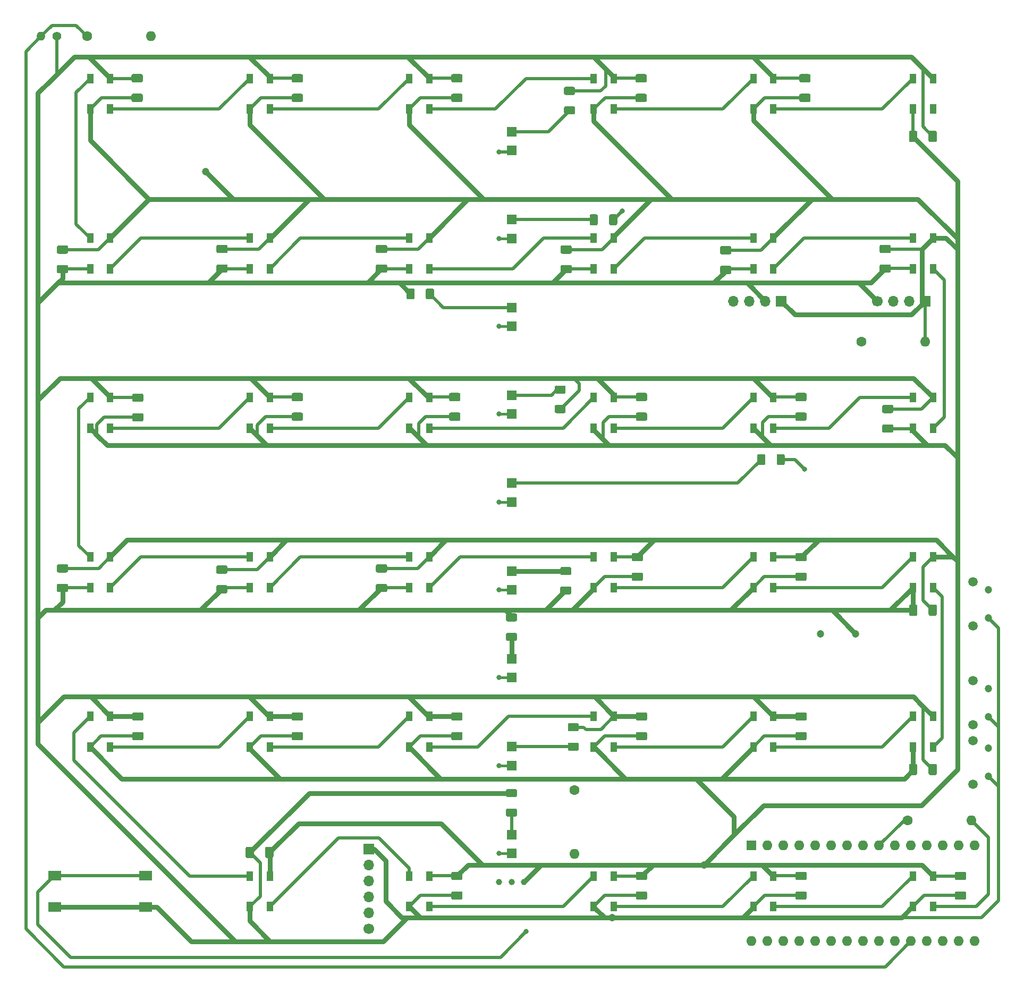
<source format=gbr>
%TF.GenerationSoftware,KiCad,Pcbnew,(5.1.10)-1*%
%TF.CreationDate,2021-09-15T07:53:09+09:00*%
%TF.ProjectId,hanClock,68616e43-6c6f-4636-9b2e-6b696361645f,rev?*%
%TF.SameCoordinates,Original*%
%TF.FileFunction,Copper,L1,Top*%
%TF.FilePolarity,Positive*%
%FSLAX46Y46*%
G04 Gerber Fmt 4.6, Leading zero omitted, Abs format (unit mm)*
G04 Created by KiCad (PCBNEW (5.1.10)-1) date 2021-09-15 07:53:10*
%MOMM*%
%LPD*%
G01*
G04 APERTURE LIST*
%TA.AperFunction,ComponentPad*%
%ADD10O,1.600000X1.600000*%
%TD*%
%TA.AperFunction,ComponentPad*%
%ADD11C,1.600000*%
%TD*%
%TA.AperFunction,ComponentPad*%
%ADD12C,1.500000*%
%TD*%
%TA.AperFunction,ComponentPad*%
%ADD13C,1.200000*%
%TD*%
%TA.AperFunction,SMDPad,CuDef*%
%ADD14R,1.000000X1.500000*%
%TD*%
%TA.AperFunction,SMDPad,CuDef*%
%ADD15R,1.500000X1.500000*%
%TD*%
%TA.AperFunction,ComponentPad*%
%ADD16R,1.600000X1.600000*%
%TD*%
%TA.AperFunction,ComponentPad*%
%ADD17R,1.700000X1.700000*%
%TD*%
%TA.AperFunction,ComponentPad*%
%ADD18O,1.700000X1.700000*%
%TD*%
%TA.AperFunction,ComponentPad*%
%ADD19C,1.700000*%
%TD*%
%TA.AperFunction,ComponentPad*%
%ADD20C,1.000000*%
%TD*%
%TA.AperFunction,ComponentPad*%
%ADD21O,1.400000X1.400000*%
%TD*%
%TA.AperFunction,ComponentPad*%
%ADD22C,1.400000*%
%TD*%
%TA.AperFunction,SMDPad,CuDef*%
%ADD23R,2.000000X1.500000*%
%TD*%
%TA.AperFunction,ViaPad*%
%ADD24C,0.800000*%
%TD*%
%TA.AperFunction,ViaPad*%
%ADD25C,1.200000*%
%TD*%
%TA.AperFunction,Conductor*%
%ADD26C,0.800000*%
%TD*%
%TA.AperFunction,Conductor*%
%ADD27C,0.500000*%
%TD*%
%TA.AperFunction,Conductor*%
%ADD28C,0.400000*%
%TD*%
G04 APERTURE END LIST*
D10*
%TO.P,R14,2*%
%TO.N,Net-(Q1-Pad2)*%
X88300000Y-133860000D03*
D11*
%TO.P,R14,1*%
%TO.N,Net-(A1-Pad6)*%
X88300000Y-123700000D03*
%TD*%
D12*
%TO.P,SW3,*%
%TO.N,*%
X151750000Y-113250000D03*
X151750000Y-106250000D03*
D13*
%TO.P,SW3,2*%
%TO.N,GND*%
X154250000Y-112000000D03*
%TO.P,SW3,1*%
%TO.N,Net-(A1-Pad13)*%
X154250000Y-107500000D03*
%TD*%
D14*
%TO.P,D24,3*%
%TO.N,+5V*%
X119975000Y-35675000D03*
%TO.P,D24,4*%
%TO.N,Net-(D24-Pad4)*%
X116775000Y-35675000D03*
%TO.P,D24,2*%
%TO.N,Net-(D23-Pad4)*%
X119975000Y-40575000D03*
%TO.P,D24,1*%
%TO.N,GND*%
X116775000Y-40575000D03*
%TD*%
D15*
%TO.P,D42,1*%
%TO.N,Net-(D42-Pad1)*%
X78250000Y-116750000D03*
%TO.P,D42,2*%
%TO.N,Net-(D35-Pad2)*%
X78250000Y-119750000D03*
%TD*%
D10*
%TO.P,A1,16*%
%TO.N,Net-(A1-Pad16)*%
X152060000Y-147740000D03*
%TO.P,A1,15*%
%TO.N,Net-(A1-Pad15)*%
X152060000Y-132500000D03*
%TO.P,A1,30*%
%TO.N,Net-(A1-Pad30)*%
X116500000Y-147740000D03*
%TO.P,A1,14*%
%TO.N,Net-(A1-Pad14)*%
X149520000Y-132500000D03*
%TO.P,A1,29*%
%TO.N,GND*%
X119040000Y-147740000D03*
%TO.P,A1,13*%
%TO.N,Net-(A1-Pad13)*%
X146980000Y-132500000D03*
%TO.P,A1,28*%
%TO.N,Net-(A1-Pad28)*%
X121580000Y-147740000D03*
%TO.P,A1,12*%
%TO.N,Net-(A1-Pad12)*%
X144440000Y-132500000D03*
%TO.P,A1,27*%
%TO.N,+5V*%
X124120000Y-147740000D03*
%TO.P,A1,11*%
%TO.N,Net-(A1-Pad11)*%
X141900000Y-132500000D03*
%TO.P,A1,26*%
%TO.N,Net-(A1-Pad26)*%
X126660000Y-147740000D03*
%TO.P,A1,10*%
%TO.N,Net-(A1-Pad10)*%
X139360000Y-132500000D03*
%TO.P,A1,25*%
%TO.N,Net-(A1-Pad25)*%
X129200000Y-147740000D03*
%TO.P,A1,9*%
%TO.N,Net-(A1-Pad9)*%
X136820000Y-132500000D03*
%TO.P,A1,24*%
%TO.N,Net-(A1-Pad24)*%
X131740000Y-147740000D03*
%TO.P,A1,8*%
%TO.N,Net-(A1-Pad8)*%
X134280000Y-132500000D03*
%TO.P,A1,23*%
%TO.N,Net-(A1-Pad23)*%
X134280000Y-147740000D03*
%TO.P,A1,7*%
%TO.N,Net-(A1-Pad7)*%
X131740000Y-132500000D03*
%TO.P,A1,22*%
%TO.N,Net-(A1-Pad22)*%
X136820000Y-147740000D03*
%TO.P,A1,6*%
%TO.N,Net-(A1-Pad6)*%
X129200000Y-132500000D03*
%TO.P,A1,21*%
%TO.N,Net-(A1-Pad21)*%
X139360000Y-147740000D03*
%TO.P,A1,5*%
%TO.N,Net-(A1-Pad5)*%
X126660000Y-132500000D03*
%TO.P,A1,20*%
%TO.N,Net-(A1-Pad20)*%
X141900000Y-147740000D03*
%TO.P,A1,4*%
%TO.N,GND*%
X124120000Y-132500000D03*
%TO.P,A1,19*%
%TO.N,Net-(A1-Pad19)*%
X144440000Y-147740000D03*
%TO.P,A1,3*%
%TO.N,Net-(A1-Pad3)*%
X121580000Y-132500000D03*
%TO.P,A1,18*%
%TO.N,Net-(A1-Pad18)*%
X146980000Y-147740000D03*
%TO.P,A1,2*%
%TO.N,Net-(A1-Pad2)*%
X119040000Y-132500000D03*
%TO.P,A1,17*%
%TO.N,Net-(A1-Pad17)*%
X149520000Y-147740000D03*
D16*
%TO.P,A1,1*%
%TO.N,Net-(A1-Pad1)*%
X116500000Y-132500000D03*
%TD*%
D14*
%TO.P,D30,3*%
%TO.N,+5V*%
X36525000Y-15158300D03*
%TO.P,D30,4*%
%TO.N,Net-(D30-Pad4)*%
X39725000Y-15158300D03*
%TO.P,D30,2*%
%TO.N,Net-(D29-Pad4)*%
X36525000Y-10258300D03*
%TO.P,D30,1*%
%TO.N,GND*%
X39725000Y-10258300D03*
%TD*%
D17*
%TO.P,J1,1*%
%TO.N,+5V*%
X144120000Y-45750000D03*
D18*
%TO.P,J1,2*%
%TO.N,Net-(A1-Pad11)*%
X141580000Y-45750000D03*
%TO.P,J1,3*%
%TO.N,Net-(J1-Pad3)*%
X139040000Y-45750000D03*
D19*
%TO.P,J1,4*%
%TO.N,GND*%
X136500000Y-45750000D03*
%TD*%
D14*
%TO.P,D33,3*%
%TO.N,+5V*%
X116775000Y-15158300D03*
%TO.P,D33,4*%
%TO.N,Net-(D33-Pad4)*%
X119975000Y-15158300D03*
%TO.P,D33,2*%
%TO.N,Net-(D32-Pad4)*%
X116775000Y-10258300D03*
%TO.P,D33,1*%
%TO.N,GND*%
X119975000Y-10258300D03*
%TD*%
%TO.P,D32,3*%
%TO.N,+5V*%
X91358300Y-15158300D03*
%TO.P,D32,4*%
%TO.N,Net-(D32-Pad4)*%
X94558300Y-15158300D03*
%TO.P,D32,2*%
%TO.N,Net-(D31-Pad4)*%
X91358300Y-10258300D03*
%TO.P,D32,1*%
%TO.N,GND*%
X94558300Y-10258300D03*
%TD*%
%TO.P,D31,3*%
%TO.N,+5V*%
X61941700Y-15158300D03*
%TO.P,D31,4*%
%TO.N,Net-(D31-Pad4)*%
X65141700Y-15158300D03*
%TO.P,D31,2*%
%TO.N,Net-(D30-Pad4)*%
X61941700Y-10258300D03*
%TO.P,D31,1*%
%TO.N,GND*%
X65141700Y-10258300D03*
%TD*%
%TO.P,D29,3*%
%TO.N,+5V*%
X11108300Y-15158300D03*
%TO.P,D29,4*%
%TO.N,Net-(D29-Pad4)*%
X14308300Y-15158300D03*
%TO.P,D29,2*%
%TO.N,Net-(D28-Pad4)*%
X11108300Y-10258300D03*
%TO.P,D29,1*%
%TO.N,GND*%
X14308300Y-10258300D03*
%TD*%
%TO.P,D28,3*%
%TO.N,+5V*%
X14308300Y-35675000D03*
%TO.P,D28,4*%
%TO.N,Net-(D28-Pad4)*%
X11108300Y-35675000D03*
%TO.P,D28,2*%
%TO.N,Net-(D27-Pad4)*%
X14308300Y-40575000D03*
%TO.P,D28,1*%
%TO.N,GND*%
X11108300Y-40575000D03*
%TD*%
%TO.P,D27,3*%
%TO.N,+5V*%
X39725000Y-35675000D03*
%TO.P,D27,4*%
%TO.N,Net-(D27-Pad4)*%
X36525000Y-35675000D03*
%TO.P,D27,2*%
%TO.N,Net-(D26-Pad4)*%
X39725000Y-40575000D03*
%TO.P,D27,1*%
%TO.N,GND*%
X36525000Y-40575000D03*
%TD*%
%TO.P,D26,3*%
%TO.N,+5V*%
X65141700Y-35675000D03*
%TO.P,D26,4*%
%TO.N,Net-(D26-Pad4)*%
X61941700Y-35675000D03*
%TO.P,D26,2*%
%TO.N,Net-(D25-Pad4)*%
X65141700Y-40575000D03*
%TO.P,D26,1*%
%TO.N,GND*%
X61941700Y-40575000D03*
%TD*%
%TO.P,D25,3*%
%TO.N,+5V*%
X94558300Y-35675000D03*
%TO.P,D25,4*%
%TO.N,Net-(D25-Pad4)*%
X91358300Y-35675000D03*
%TO.P,D25,2*%
%TO.N,Net-(D24-Pad4)*%
X94558300Y-40575000D03*
%TO.P,D25,1*%
%TO.N,GND*%
X91358300Y-40575000D03*
%TD*%
%TO.P,D23,3*%
%TO.N,+5V*%
X145391700Y-35675000D03*
%TO.P,D23,4*%
%TO.N,Net-(D23-Pad4)*%
X142191700Y-35675000D03*
%TO.P,D23,2*%
%TO.N,Net-(D22-Pad4)*%
X145391700Y-40575000D03*
%TO.P,D23,1*%
%TO.N,GND*%
X142191700Y-40575000D03*
%TD*%
%TO.P,D22,3*%
%TO.N,+5V*%
X142191700Y-65991700D03*
%TO.P,D22,4*%
%TO.N,Net-(D22-Pad4)*%
X145391700Y-65991700D03*
%TO.P,D22,2*%
%TO.N,Net-(D21-Pad4)*%
X142191700Y-61091700D03*
%TO.P,D22,1*%
%TO.N,GND*%
X145391700Y-61091700D03*
%TD*%
%TO.P,D21,3*%
%TO.N,+5V*%
X116775000Y-65991700D03*
%TO.P,D21,4*%
%TO.N,Net-(D21-Pad4)*%
X119975000Y-65991700D03*
%TO.P,D21,2*%
%TO.N,Net-(D20-Pad4)*%
X116775000Y-61091700D03*
%TO.P,D21,1*%
%TO.N,GND*%
X119975000Y-61091700D03*
%TD*%
%TO.P,D20,3*%
%TO.N,+5V*%
X91358300Y-65991700D03*
%TO.P,D20,4*%
%TO.N,Net-(D20-Pad4)*%
X94558300Y-65991700D03*
%TO.P,D20,2*%
%TO.N,Net-(D19-Pad4)*%
X91358300Y-61091700D03*
%TO.P,D20,1*%
%TO.N,GND*%
X94558300Y-61091700D03*
%TD*%
%TO.P,D19,3*%
%TO.N,+5V*%
X61941700Y-65991700D03*
%TO.P,D19,4*%
%TO.N,Net-(D19-Pad4)*%
X65141700Y-65991700D03*
%TO.P,D19,2*%
%TO.N,Net-(D18-Pad4)*%
X61941700Y-61091700D03*
%TO.P,D19,1*%
%TO.N,GND*%
X65141700Y-61091700D03*
%TD*%
%TO.P,D18,3*%
%TO.N,+5V*%
X36525000Y-65991700D03*
%TO.P,D18,4*%
%TO.N,Net-(D18-Pad4)*%
X39725000Y-65991700D03*
%TO.P,D18,2*%
%TO.N,Net-(D17-Pad4)*%
X36525000Y-61091700D03*
%TO.P,D18,1*%
%TO.N,GND*%
X39725000Y-61091700D03*
%TD*%
%TO.P,D17,3*%
%TO.N,+5V*%
X11108300Y-65991700D03*
%TO.P,D17,4*%
%TO.N,Net-(D17-Pad4)*%
X14308300Y-65991700D03*
%TO.P,D17,2*%
%TO.N,Net-(D16-Pad4)*%
X11108300Y-61091700D03*
%TO.P,D17,1*%
%TO.N,GND*%
X14308300Y-61091700D03*
%TD*%
%TO.P,D16,3*%
%TO.N,+5V*%
X14308300Y-86508300D03*
%TO.P,D16,4*%
%TO.N,Net-(D16-Pad4)*%
X11108300Y-86508300D03*
%TO.P,D16,2*%
%TO.N,Net-(D15-Pad4)*%
X14308300Y-91408300D03*
%TO.P,D16,1*%
%TO.N,GND*%
X11108300Y-91408300D03*
%TD*%
%TO.P,D15,3*%
%TO.N,+5V*%
X39725000Y-86508300D03*
%TO.P,D15,4*%
%TO.N,Net-(D15-Pad4)*%
X36525000Y-86508300D03*
%TO.P,D15,2*%
%TO.N,Net-(D14-Pad4)*%
X39725000Y-91408300D03*
%TO.P,D15,1*%
%TO.N,GND*%
X36525000Y-91408300D03*
%TD*%
%TO.P,D14,3*%
%TO.N,+5V*%
X65141700Y-86508300D03*
%TO.P,D14,4*%
%TO.N,Net-(D14-Pad4)*%
X61941700Y-86508300D03*
%TO.P,D14,2*%
%TO.N,Net-(D13-Pad4)*%
X65141700Y-91408300D03*
%TO.P,D14,1*%
%TO.N,GND*%
X61941700Y-91408300D03*
%TD*%
%TO.P,D13,3*%
%TO.N,+5V*%
X94558300Y-86508300D03*
%TO.P,D13,4*%
%TO.N,Net-(D13-Pad4)*%
X91358300Y-86508300D03*
%TO.P,D13,2*%
%TO.N,Net-(D12-Pad4)*%
X94558300Y-91408300D03*
%TO.P,D13,1*%
%TO.N,GND*%
X91358300Y-91408300D03*
%TD*%
%TO.P,D12,3*%
%TO.N,+5V*%
X119975000Y-86508300D03*
%TO.P,D12,4*%
%TO.N,Net-(D12-Pad4)*%
X116775000Y-86508300D03*
%TO.P,D12,2*%
%TO.N,Net-(D11-Pad4)*%
X119975000Y-91408300D03*
%TO.P,D12,1*%
%TO.N,GND*%
X116775000Y-91408300D03*
%TD*%
%TO.P,D11,3*%
%TO.N,+5V*%
X145391700Y-86508300D03*
%TO.P,D11,4*%
%TO.N,Net-(D11-Pad4)*%
X142191700Y-86508300D03*
%TO.P,D11,2*%
%TO.N,Net-(D10-Pad4)*%
X145391700Y-91408300D03*
%TO.P,D11,1*%
%TO.N,GND*%
X142191700Y-91408300D03*
%TD*%
%TO.P,D10,3*%
%TO.N,+5V*%
X142191700Y-116825000D03*
%TO.P,D10,4*%
%TO.N,Net-(D10-Pad4)*%
X145391700Y-116825000D03*
%TO.P,D10,2*%
%TO.N,Net-(D10-Pad2)*%
X142191700Y-111925000D03*
%TO.P,D10,1*%
%TO.N,GND*%
X145391700Y-111925000D03*
%TD*%
%TO.P,D9,3*%
%TO.N,+5V*%
X116775000Y-116825000D03*
%TO.P,D9,4*%
%TO.N,Net-(D10-Pad2)*%
X119975000Y-116825000D03*
%TO.P,D9,2*%
%TO.N,Net-(D8-Pad4)*%
X116775000Y-111925000D03*
%TO.P,D9,1*%
%TO.N,GND*%
X119975000Y-111925000D03*
%TD*%
%TO.P,D8,3*%
%TO.N,+5V*%
X91358300Y-116825000D03*
%TO.P,D8,4*%
%TO.N,Net-(D8-Pad4)*%
X94558300Y-116825000D03*
%TO.P,D8,2*%
%TO.N,Net-(D7-Pad4)*%
X91358300Y-111925000D03*
%TO.P,D8,1*%
%TO.N,GND*%
X94558300Y-111925000D03*
%TD*%
%TO.P,D7,3*%
%TO.N,+5V*%
X61941700Y-116825000D03*
%TO.P,D7,4*%
%TO.N,Net-(D7-Pad4)*%
X65141700Y-116825000D03*
%TO.P,D7,2*%
%TO.N,Net-(D6-Pad4)*%
X61941700Y-111925000D03*
%TO.P,D7,1*%
%TO.N,GND*%
X65141700Y-111925000D03*
%TD*%
%TO.P,D6,3*%
%TO.N,+5V*%
X36525000Y-116825000D03*
%TO.P,D6,4*%
%TO.N,Net-(D6-Pad4)*%
X39725000Y-116825000D03*
%TO.P,D6,2*%
%TO.N,Net-(D5-Pad4)*%
X36525000Y-111925000D03*
%TO.P,D6,1*%
%TO.N,GND*%
X39725000Y-111925000D03*
%TD*%
%TO.P,D5,3*%
%TO.N,+5V*%
X11108300Y-116825000D03*
%TO.P,D5,4*%
%TO.N,Net-(D5-Pad4)*%
X14308300Y-116825000D03*
%TO.P,D5,2*%
%TO.N,Net-(D4-Pad4)*%
X11108300Y-111925000D03*
%TO.P,D5,1*%
%TO.N,GND*%
X14308300Y-111925000D03*
%TD*%
%TO.P,D4,3*%
%TO.N,+5V*%
X39725000Y-137341700D03*
%TO.P,D4,4*%
%TO.N,Net-(D4-Pad4)*%
X36525000Y-137341700D03*
%TO.P,D4,2*%
%TO.N,Net-(D3-Pad4)*%
X39725000Y-142241700D03*
%TO.P,D4,1*%
%TO.N,GND*%
X36525000Y-142241700D03*
%TD*%
%TO.P,D3,3*%
%TO.N,+5V*%
X65141700Y-137341700D03*
%TO.P,D3,4*%
%TO.N,Net-(D3-Pad4)*%
X61941700Y-137341700D03*
%TO.P,D3,2*%
%TO.N,Net-(D2-Pad4)*%
X65141700Y-142241700D03*
%TO.P,D3,1*%
%TO.N,GND*%
X61941700Y-142241700D03*
%TD*%
%TO.P,D2,3*%
%TO.N,+5V*%
X94558300Y-137341700D03*
%TO.P,D2,4*%
%TO.N,Net-(D2-Pad4)*%
X91358300Y-137341700D03*
%TO.P,D2,2*%
%TO.N,Net-(D1-Pad4)*%
X94558300Y-142241700D03*
%TO.P,D2,1*%
%TO.N,GND*%
X91358300Y-142241700D03*
%TD*%
%TO.P,D1,3*%
%TO.N,+5V*%
X119975000Y-137341700D03*
%TO.P,D1,4*%
%TO.N,Net-(D1-Pad4)*%
X116775000Y-137341700D03*
%TO.P,D1,2*%
%TO.N,Net-(D0-Pad4)*%
X119975000Y-142241700D03*
%TO.P,D1,1*%
%TO.N,GND*%
X116775000Y-142241700D03*
%TD*%
%TO.P,D0,3*%
%TO.N,+5V*%
X145391700Y-137341700D03*
%TO.P,D0,4*%
%TO.N,Net-(D0-Pad4)*%
X142191700Y-137341700D03*
%TO.P,D0,2*%
%TO.N,Net-(D0-Pad2)*%
X145391700Y-142241700D03*
%TO.P,D0,1*%
%TO.N,GND*%
X142191700Y-142241700D03*
%TD*%
%TO.P,D34,3*%
%TO.N,+5V*%
X142191700Y-15158300D03*
%TO.P,D34,4*%
%TO.N,Net-(D34-Pad4)*%
X145391700Y-15158300D03*
%TO.P,D34,2*%
%TO.N,Net-(D33-Pad4)*%
X142191700Y-10258300D03*
%TO.P,D34,1*%
%TO.N,GND*%
X145391700Y-10258300D03*
%TD*%
D15*
%TO.P,D36,1*%
%TO.N,Net-(D36-Pad1)*%
X78250000Y-32750000D03*
%TO.P,D36,2*%
%TO.N,Net-(D35-Pad2)*%
X78250000Y-35750000D03*
%TD*%
%TO.P,D43,1*%
%TO.N,Net-(D43-Pad1)*%
X78250000Y-130750000D03*
%TO.P,D43,2*%
%TO.N,Net-(D35-Pad2)*%
X78250000Y-133750000D03*
%TD*%
%TO.P,D35,1*%
%TO.N,Net-(D35-Pad1)*%
X78250000Y-18750000D03*
%TO.P,D35,2*%
%TO.N,Net-(D35-Pad2)*%
X78250000Y-21750000D03*
%TD*%
%TO.P,D37,1*%
%TO.N,Net-(D37-Pad1)*%
X78250000Y-46750000D03*
%TO.P,D37,2*%
%TO.N,Net-(D35-Pad2)*%
X78250000Y-49750000D03*
%TD*%
%TO.P,D38,1*%
%TO.N,Net-(D38-Pad1)*%
X78250000Y-60750000D03*
%TO.P,D38,2*%
%TO.N,Net-(D35-Pad2)*%
X78250000Y-63750000D03*
%TD*%
%TO.P,D39,1*%
%TO.N,Net-(D39-Pad1)*%
X78250000Y-74750000D03*
%TO.P,D39,2*%
%TO.N,Net-(D35-Pad2)*%
X78250000Y-77750000D03*
%TD*%
%TO.P,D40,1*%
%TO.N,Net-(D40-Pad1)*%
X78250000Y-88750000D03*
%TO.P,D40,2*%
%TO.N,Net-(D35-Pad2)*%
X78250000Y-91750000D03*
%TD*%
%TO.P,D41,1*%
%TO.N,Net-(D41-Pad1)*%
X78250000Y-102750000D03*
%TO.P,D41,2*%
%TO.N,Net-(D35-Pad2)*%
X78250000Y-105750000D03*
%TD*%
D20*
%TO.P,Q1,3*%
%TO.N,Net-(D35-Pad2)*%
X76250000Y-138325000D03*
%TO.P,Q1,2*%
%TO.N,Net-(Q1-Pad2)*%
X78250000Y-138325000D03*
%TO.P,Q1,1*%
%TO.N,+5V*%
X80250000Y-138325000D03*
%TD*%
D12*
%TO.P,SW2,*%
%TO.N,*%
X151750000Y-122750000D03*
X151750000Y-115750000D03*
D13*
%TO.P,SW2,2*%
%TO.N,GND*%
X154250000Y-121500000D03*
%TO.P,SW2,1*%
%TO.N,Net-(A1-Pad14)*%
X154250000Y-117000000D03*
%TD*%
D17*
%TO.P,J2,1*%
%TO.N,GND*%
X55500000Y-133050000D03*
D18*
%TO.P,J2,2*%
%TO.N,+5V*%
X55500000Y-135590000D03*
%TO.P,J2,3*%
%TO.N,Net-(A1-Pad23)*%
X55500000Y-138130000D03*
%TO.P,J2,4*%
%TO.N,Net-(A1-Pad24)*%
X55500000Y-140670000D03*
%TO.P,J2,5*%
%TO.N,Net-(J2-Pad5)*%
X55500000Y-143210000D03*
D19*
%TO.P,J2,6*%
%TO.N,Net-(J2-Pad6)*%
X55500000Y-145750000D03*
%TD*%
D10*
%TO.P,R1,2*%
%TO.N,Net-(D0-Pad2)*%
X151560000Y-128500000D03*
D11*
%TO.P,R1,1*%
%TO.N,Net-(A1-Pad9)*%
X141400000Y-128500000D03*
%TD*%
D10*
%TO.P,R2,2*%
%TO.N,+5V*%
X20760000Y-3500000D03*
D11*
%TO.P,R2,1*%
%TO.N,Net-(A1-Pad20)*%
X10600000Y-3500000D03*
%TD*%
D10*
%TO.P,R3,2*%
%TO.N,+5V*%
X144160000Y-52200000D03*
D11*
%TO.P,R3,1*%
%TO.N,Net-(A1-Pad11)*%
X134000000Y-52200000D03*
%TD*%
D13*
%TO.P,BZ1,2*%
%TO.N,GND*%
X133050000Y-98750000D03*
%TO.P,BZ1,1*%
%TO.N,Net-(A1-Pad10)*%
X127450000Y-98750000D03*
%TD*%
D21*
%TO.P,R4,2*%
%TO.N,Net-(A1-Pad20)*%
X3302000Y-3556000D03*
D22*
%TO.P,R4,1*%
%TO.N,GND*%
X5842000Y-3556000D03*
%TD*%
D23*
%TO.P,SW1,2*%
%TO.N,GND*%
X19958300Y-142291700D03*
%TO.P,SW1,1*%
%TO.N,Net-(A1-Pad5)*%
X19958300Y-137291700D03*
%TO.P,SW1,2*%
%TO.N,GND*%
X5458300Y-142291700D03*
%TO.P,SW1,1*%
%TO.N,Net-(A1-Pad5)*%
X5458300Y-137291700D03*
%TD*%
D12*
%TO.P,SW4,*%
%TO.N,*%
X151750000Y-97500000D03*
X151750000Y-90500000D03*
D13*
%TO.P,SW4,2*%
%TO.N,GND*%
X154250000Y-96250000D03*
%TO.P,SW4,1*%
%TO.N,Net-(A1-Pad12)*%
X154250000Y-91750000D03*
%TD*%
D18*
%TO.P,J3,4*%
%TO.N,Net-(A1-Pad7)*%
X113630000Y-45750000D03*
%TO.P,J3,3*%
%TO.N,Net-(A1-Pad8)*%
X116170000Y-45750000D03*
%TO.P,J3,2*%
%TO.N,GND*%
X118710000Y-45750000D03*
D17*
%TO.P,J3,1*%
%TO.N,+5V*%
X121250000Y-45750000D03*
%TD*%
%TO.P,C0,1*%
%TO.N,GND*%
%TA.AperFunction,SMDPad,CuDef*%
G36*
G01*
X150441701Y-141125000D02*
X149141699Y-141125000D01*
G75*
G02*
X148891700Y-140875001I0J249999D01*
G01*
X148891700Y-140049999D01*
G75*
G02*
X149141699Y-139800000I249999J0D01*
G01*
X150441701Y-139800000D01*
G75*
G02*
X150691700Y-140049999I0J-249999D01*
G01*
X150691700Y-140875001D01*
G75*
G02*
X150441701Y-141125000I-249999J0D01*
G01*
G37*
%TD.AperFunction*%
%TO.P,C0,2*%
%TO.N,+5V*%
%TA.AperFunction,SMDPad,CuDef*%
G36*
G01*
X150441701Y-138000000D02*
X149141699Y-138000000D01*
G75*
G02*
X148891700Y-137750001I0J249999D01*
G01*
X148891700Y-136924999D01*
G75*
G02*
X149141699Y-136675000I249999J0D01*
G01*
X150441701Y-136675000D01*
G75*
G02*
X150691700Y-136924999I0J-249999D01*
G01*
X150691700Y-137750001D01*
G75*
G02*
X150441701Y-138000000I-249999J0D01*
G01*
G37*
%TD.AperFunction*%
%TD*%
%TO.P,C1,2*%
%TO.N,+5V*%
%TA.AperFunction,SMDPad,CuDef*%
G36*
G01*
X125025001Y-138000000D02*
X123724999Y-138000000D01*
G75*
G02*
X123475000Y-137750001I0J249999D01*
G01*
X123475000Y-136924999D01*
G75*
G02*
X123724999Y-136675000I249999J0D01*
G01*
X125025001Y-136675000D01*
G75*
G02*
X125275000Y-136924999I0J-249999D01*
G01*
X125275000Y-137750001D01*
G75*
G02*
X125025001Y-138000000I-249999J0D01*
G01*
G37*
%TD.AperFunction*%
%TO.P,C1,1*%
%TO.N,GND*%
%TA.AperFunction,SMDPad,CuDef*%
G36*
G01*
X125025001Y-141125000D02*
X123724999Y-141125000D01*
G75*
G02*
X123475000Y-140875001I0J249999D01*
G01*
X123475000Y-140049999D01*
G75*
G02*
X123724999Y-139800000I249999J0D01*
G01*
X125025001Y-139800000D01*
G75*
G02*
X125275000Y-140049999I0J-249999D01*
G01*
X125275000Y-140875001D01*
G75*
G02*
X125025001Y-141125000I-249999J0D01*
G01*
G37*
%TD.AperFunction*%
%TD*%
%TO.P,C2,2*%
%TO.N,+5V*%
%TA.AperFunction,SMDPad,CuDef*%
G36*
G01*
X99608301Y-138000000D02*
X98308299Y-138000000D01*
G75*
G02*
X98058300Y-137750001I0J249999D01*
G01*
X98058300Y-136924999D01*
G75*
G02*
X98308299Y-136675000I249999J0D01*
G01*
X99608301Y-136675000D01*
G75*
G02*
X99858300Y-136924999I0J-249999D01*
G01*
X99858300Y-137750001D01*
G75*
G02*
X99608301Y-138000000I-249999J0D01*
G01*
G37*
%TD.AperFunction*%
%TO.P,C2,1*%
%TO.N,GND*%
%TA.AperFunction,SMDPad,CuDef*%
G36*
G01*
X99608301Y-141125000D02*
X98308299Y-141125000D01*
G75*
G02*
X98058300Y-140875001I0J249999D01*
G01*
X98058300Y-140049999D01*
G75*
G02*
X98308299Y-139800000I249999J0D01*
G01*
X99608301Y-139800000D01*
G75*
G02*
X99858300Y-140049999I0J-249999D01*
G01*
X99858300Y-140875001D01*
G75*
G02*
X99608301Y-141125000I-249999J0D01*
G01*
G37*
%TD.AperFunction*%
%TD*%
%TO.P,C3,2*%
%TO.N,+5V*%
%TA.AperFunction,SMDPad,CuDef*%
G36*
G01*
X70191701Y-138000000D02*
X68891699Y-138000000D01*
G75*
G02*
X68641700Y-137750001I0J249999D01*
G01*
X68641700Y-136924999D01*
G75*
G02*
X68891699Y-136675000I249999J0D01*
G01*
X70191701Y-136675000D01*
G75*
G02*
X70441700Y-136924999I0J-249999D01*
G01*
X70441700Y-137750001D01*
G75*
G02*
X70191701Y-138000000I-249999J0D01*
G01*
G37*
%TD.AperFunction*%
%TO.P,C3,1*%
%TO.N,GND*%
%TA.AperFunction,SMDPad,CuDef*%
G36*
G01*
X70191701Y-141125000D02*
X68891699Y-141125000D01*
G75*
G02*
X68641700Y-140875001I0J249999D01*
G01*
X68641700Y-140049999D01*
G75*
G02*
X68891699Y-139800000I249999J0D01*
G01*
X70191701Y-139800000D01*
G75*
G02*
X70441700Y-140049999I0J-249999D01*
G01*
X70441700Y-140875001D01*
G75*
G02*
X70191701Y-141125000I-249999J0D01*
G01*
G37*
%TD.AperFunction*%
%TD*%
%TO.P,C4,2*%
%TO.N,+5V*%
%TA.AperFunction,SMDPad,CuDef*%
G36*
G01*
X39000000Y-134250001D02*
X39000000Y-132949999D01*
G75*
G02*
X39249999Y-132700000I249999J0D01*
G01*
X40075001Y-132700000D01*
G75*
G02*
X40325000Y-132949999I0J-249999D01*
G01*
X40325000Y-134250001D01*
G75*
G02*
X40075001Y-134500000I-249999J0D01*
G01*
X39249999Y-134500000D01*
G75*
G02*
X39000000Y-134250001I0J249999D01*
G01*
G37*
%TD.AperFunction*%
%TO.P,C4,1*%
%TO.N,GND*%
%TA.AperFunction,SMDPad,CuDef*%
G36*
G01*
X35875000Y-134250001D02*
X35875000Y-132949999D01*
G75*
G02*
X36124999Y-132700000I249999J0D01*
G01*
X36950001Y-132700000D01*
G75*
G02*
X37200000Y-132949999I0J-249999D01*
G01*
X37200000Y-134250001D01*
G75*
G02*
X36950001Y-134500000I-249999J0D01*
G01*
X36124999Y-134500000D01*
G75*
G02*
X35875000Y-134250001I0J249999D01*
G01*
G37*
%TD.AperFunction*%
%TD*%
%TO.P,C5,2*%
%TO.N,+5V*%
%TA.AperFunction,SMDPad,CuDef*%
G36*
G01*
X18058299Y-114400000D02*
X19358301Y-114400000D01*
G75*
G02*
X19608300Y-114649999I0J-249999D01*
G01*
X19608300Y-115475001D01*
G75*
G02*
X19358301Y-115725000I-249999J0D01*
G01*
X18058299Y-115725000D01*
G75*
G02*
X17808300Y-115475001I0J249999D01*
G01*
X17808300Y-114649999D01*
G75*
G02*
X18058299Y-114400000I249999J0D01*
G01*
G37*
%TD.AperFunction*%
%TO.P,C5,1*%
%TO.N,GND*%
%TA.AperFunction,SMDPad,CuDef*%
G36*
G01*
X18058299Y-111275000D02*
X19358301Y-111275000D01*
G75*
G02*
X19608300Y-111524999I0J-249999D01*
G01*
X19608300Y-112350001D01*
G75*
G02*
X19358301Y-112600000I-249999J0D01*
G01*
X18058299Y-112600000D01*
G75*
G02*
X17808300Y-112350001I0J249999D01*
G01*
X17808300Y-111524999D01*
G75*
G02*
X18058299Y-111275000I249999J0D01*
G01*
G37*
%TD.AperFunction*%
%TD*%
%TO.P,C6,2*%
%TO.N,+5V*%
%TA.AperFunction,SMDPad,CuDef*%
G36*
G01*
X43474999Y-114400000D02*
X44775001Y-114400000D01*
G75*
G02*
X45025000Y-114649999I0J-249999D01*
G01*
X45025000Y-115475001D01*
G75*
G02*
X44775001Y-115725000I-249999J0D01*
G01*
X43474999Y-115725000D01*
G75*
G02*
X43225000Y-115475001I0J249999D01*
G01*
X43225000Y-114649999D01*
G75*
G02*
X43474999Y-114400000I249999J0D01*
G01*
G37*
%TD.AperFunction*%
%TO.P,C6,1*%
%TO.N,GND*%
%TA.AperFunction,SMDPad,CuDef*%
G36*
G01*
X43474999Y-111275000D02*
X44775001Y-111275000D01*
G75*
G02*
X45025000Y-111524999I0J-249999D01*
G01*
X45025000Y-112350001D01*
G75*
G02*
X44775001Y-112600000I-249999J0D01*
G01*
X43474999Y-112600000D01*
G75*
G02*
X43225000Y-112350001I0J249999D01*
G01*
X43225000Y-111524999D01*
G75*
G02*
X43474999Y-111275000I249999J0D01*
G01*
G37*
%TD.AperFunction*%
%TD*%
%TO.P,C7,2*%
%TO.N,+5V*%
%TA.AperFunction,SMDPad,CuDef*%
G36*
G01*
X68891699Y-114400000D02*
X70191701Y-114400000D01*
G75*
G02*
X70441700Y-114649999I0J-249999D01*
G01*
X70441700Y-115475001D01*
G75*
G02*
X70191701Y-115725000I-249999J0D01*
G01*
X68891699Y-115725000D01*
G75*
G02*
X68641700Y-115475001I0J249999D01*
G01*
X68641700Y-114649999D01*
G75*
G02*
X68891699Y-114400000I249999J0D01*
G01*
G37*
%TD.AperFunction*%
%TO.P,C7,1*%
%TO.N,GND*%
%TA.AperFunction,SMDPad,CuDef*%
G36*
G01*
X68891699Y-111275000D02*
X70191701Y-111275000D01*
G75*
G02*
X70441700Y-111524999I0J-249999D01*
G01*
X70441700Y-112350001D01*
G75*
G02*
X70191701Y-112600000I-249999J0D01*
G01*
X68891699Y-112600000D01*
G75*
G02*
X68641700Y-112350001I0J249999D01*
G01*
X68641700Y-111524999D01*
G75*
G02*
X68891699Y-111275000I249999J0D01*
G01*
G37*
%TD.AperFunction*%
%TD*%
%TO.P,C8,2*%
%TO.N,+5V*%
%TA.AperFunction,SMDPad,CuDef*%
G36*
G01*
X98308299Y-114400000D02*
X99608301Y-114400000D01*
G75*
G02*
X99858300Y-114649999I0J-249999D01*
G01*
X99858300Y-115475001D01*
G75*
G02*
X99608301Y-115725000I-249999J0D01*
G01*
X98308299Y-115725000D01*
G75*
G02*
X98058300Y-115475001I0J249999D01*
G01*
X98058300Y-114649999D01*
G75*
G02*
X98308299Y-114400000I249999J0D01*
G01*
G37*
%TD.AperFunction*%
%TO.P,C8,1*%
%TO.N,GND*%
%TA.AperFunction,SMDPad,CuDef*%
G36*
G01*
X98308299Y-111275000D02*
X99608301Y-111275000D01*
G75*
G02*
X99858300Y-111524999I0J-249999D01*
G01*
X99858300Y-112350001D01*
G75*
G02*
X99608301Y-112600000I-249999J0D01*
G01*
X98308299Y-112600000D01*
G75*
G02*
X98058300Y-112350001I0J249999D01*
G01*
X98058300Y-111524999D01*
G75*
G02*
X98308299Y-111275000I249999J0D01*
G01*
G37*
%TD.AperFunction*%
%TD*%
%TO.P,C9,2*%
%TO.N,+5V*%
%TA.AperFunction,SMDPad,CuDef*%
G36*
G01*
X123724999Y-114400000D02*
X125025001Y-114400000D01*
G75*
G02*
X125275000Y-114649999I0J-249999D01*
G01*
X125275000Y-115475001D01*
G75*
G02*
X125025001Y-115725000I-249999J0D01*
G01*
X123724999Y-115725000D01*
G75*
G02*
X123475000Y-115475001I0J249999D01*
G01*
X123475000Y-114649999D01*
G75*
G02*
X123724999Y-114400000I249999J0D01*
G01*
G37*
%TD.AperFunction*%
%TO.P,C9,1*%
%TO.N,GND*%
%TA.AperFunction,SMDPad,CuDef*%
G36*
G01*
X123724999Y-111275000D02*
X125025001Y-111275000D01*
G75*
G02*
X125275000Y-111524999I0J-249999D01*
G01*
X125275000Y-112350001D01*
G75*
G02*
X125025001Y-112600000I-249999J0D01*
G01*
X123724999Y-112600000D01*
G75*
G02*
X123475000Y-112350001I0J249999D01*
G01*
X123475000Y-111524999D01*
G75*
G02*
X123724999Y-111275000I249999J0D01*
G01*
G37*
%TD.AperFunction*%
%TD*%
%TO.P,C10,2*%
%TO.N,+5V*%
%TA.AperFunction,SMDPad,CuDef*%
G36*
G01*
X142900000Y-119724999D02*
X142900000Y-121025001D01*
G75*
G02*
X142650001Y-121275000I-249999J0D01*
G01*
X141824999Y-121275000D01*
G75*
G02*
X141575000Y-121025001I0J249999D01*
G01*
X141575000Y-119724999D01*
G75*
G02*
X141824999Y-119475000I249999J0D01*
G01*
X142650001Y-119475000D01*
G75*
G02*
X142900000Y-119724999I0J-249999D01*
G01*
G37*
%TD.AperFunction*%
%TO.P,C10,1*%
%TO.N,GND*%
%TA.AperFunction,SMDPad,CuDef*%
G36*
G01*
X146025000Y-119724999D02*
X146025000Y-121025001D01*
G75*
G02*
X145775001Y-121275000I-249999J0D01*
G01*
X144949999Y-121275000D01*
G75*
G02*
X144700000Y-121025001I0J249999D01*
G01*
X144700000Y-119724999D01*
G75*
G02*
X144949999Y-119475000I249999J0D01*
G01*
X145775001Y-119475000D01*
G75*
G02*
X146025000Y-119724999I0J-249999D01*
G01*
G37*
%TD.AperFunction*%
%TD*%
%TO.P,C11,2*%
%TO.N,+5V*%
%TA.AperFunction,SMDPad,CuDef*%
G36*
G01*
X144700000Y-95650001D02*
X144700000Y-94349999D01*
G75*
G02*
X144949999Y-94100000I249999J0D01*
G01*
X145775001Y-94100000D01*
G75*
G02*
X146025000Y-94349999I0J-249999D01*
G01*
X146025000Y-95650001D01*
G75*
G02*
X145775001Y-95900000I-249999J0D01*
G01*
X144949999Y-95900000D01*
G75*
G02*
X144700000Y-95650001I0J249999D01*
G01*
G37*
%TD.AperFunction*%
%TO.P,C11,1*%
%TO.N,GND*%
%TA.AperFunction,SMDPad,CuDef*%
G36*
G01*
X141575000Y-95650001D02*
X141575000Y-94349999D01*
G75*
G02*
X141824999Y-94100000I249999J0D01*
G01*
X142650001Y-94100000D01*
G75*
G02*
X142900000Y-94349999I0J-249999D01*
G01*
X142900000Y-95650001D01*
G75*
G02*
X142650001Y-95900000I-249999J0D01*
G01*
X141824999Y-95900000D01*
G75*
G02*
X141575000Y-95650001I0J249999D01*
G01*
G37*
%TD.AperFunction*%
%TD*%
%TO.P,C12,2*%
%TO.N,+5V*%
%TA.AperFunction,SMDPad,CuDef*%
G36*
G01*
X125025001Y-87200000D02*
X123724999Y-87200000D01*
G75*
G02*
X123475000Y-86950001I0J249999D01*
G01*
X123475000Y-86124999D01*
G75*
G02*
X123724999Y-85875000I249999J0D01*
G01*
X125025001Y-85875000D01*
G75*
G02*
X125275000Y-86124999I0J-249999D01*
G01*
X125275000Y-86950001D01*
G75*
G02*
X125025001Y-87200000I-249999J0D01*
G01*
G37*
%TD.AperFunction*%
%TO.P,C12,1*%
%TO.N,GND*%
%TA.AperFunction,SMDPad,CuDef*%
G36*
G01*
X125025001Y-90325000D02*
X123724999Y-90325000D01*
G75*
G02*
X123475000Y-90075001I0J249999D01*
G01*
X123475000Y-89249999D01*
G75*
G02*
X123724999Y-89000000I249999J0D01*
G01*
X125025001Y-89000000D01*
G75*
G02*
X125275000Y-89249999I0J-249999D01*
G01*
X125275000Y-90075001D01*
G75*
G02*
X125025001Y-90325000I-249999J0D01*
G01*
G37*
%TD.AperFunction*%
%TD*%
%TO.P,C13,2*%
%TO.N,+5V*%
%TA.AperFunction,SMDPad,CuDef*%
G36*
G01*
X98950001Y-87200000D02*
X97649999Y-87200000D01*
G75*
G02*
X97400000Y-86950001I0J249999D01*
G01*
X97400000Y-86124999D01*
G75*
G02*
X97649999Y-85875000I249999J0D01*
G01*
X98950001Y-85875000D01*
G75*
G02*
X99200000Y-86124999I0J-249999D01*
G01*
X99200000Y-86950001D01*
G75*
G02*
X98950001Y-87200000I-249999J0D01*
G01*
G37*
%TD.AperFunction*%
%TO.P,C13,1*%
%TO.N,GND*%
%TA.AperFunction,SMDPad,CuDef*%
G36*
G01*
X98950001Y-90325000D02*
X97649999Y-90325000D01*
G75*
G02*
X97400000Y-90075001I0J249999D01*
G01*
X97400000Y-89249999D01*
G75*
G02*
X97649999Y-89000000I249999J0D01*
G01*
X98950001Y-89000000D01*
G75*
G02*
X99200000Y-89249999I0J-249999D01*
G01*
X99200000Y-90075001D01*
G75*
G02*
X98950001Y-90325000I-249999J0D01*
G01*
G37*
%TD.AperFunction*%
%TD*%
%TO.P,C14,2*%
%TO.N,+5V*%
%TA.AperFunction,SMDPad,CuDef*%
G36*
G01*
X58191701Y-89000000D02*
X56891699Y-89000000D01*
G75*
G02*
X56641700Y-88750001I0J249999D01*
G01*
X56641700Y-87924999D01*
G75*
G02*
X56891699Y-87675000I249999J0D01*
G01*
X58191701Y-87675000D01*
G75*
G02*
X58441700Y-87924999I0J-249999D01*
G01*
X58441700Y-88750001D01*
G75*
G02*
X58191701Y-89000000I-249999J0D01*
G01*
G37*
%TD.AperFunction*%
%TO.P,C14,1*%
%TO.N,GND*%
%TA.AperFunction,SMDPad,CuDef*%
G36*
G01*
X58191701Y-92125000D02*
X56891699Y-92125000D01*
G75*
G02*
X56641700Y-91875001I0J249999D01*
G01*
X56641700Y-91049999D01*
G75*
G02*
X56891699Y-90800000I249999J0D01*
G01*
X58191701Y-90800000D01*
G75*
G02*
X58441700Y-91049999I0J-249999D01*
G01*
X58441700Y-91875001D01*
G75*
G02*
X58191701Y-92125000I-249999J0D01*
G01*
G37*
%TD.AperFunction*%
%TD*%
%TO.P,C15,2*%
%TO.N,+5V*%
%TA.AperFunction,SMDPad,CuDef*%
G36*
G01*
X32750001Y-89200000D02*
X31449999Y-89200000D01*
G75*
G02*
X31200000Y-88950001I0J249999D01*
G01*
X31200000Y-88124999D01*
G75*
G02*
X31449999Y-87875000I249999J0D01*
G01*
X32750001Y-87875000D01*
G75*
G02*
X33000000Y-88124999I0J-249999D01*
G01*
X33000000Y-88950001D01*
G75*
G02*
X32750001Y-89200000I-249999J0D01*
G01*
G37*
%TD.AperFunction*%
%TO.P,C15,1*%
%TO.N,GND*%
%TA.AperFunction,SMDPad,CuDef*%
G36*
G01*
X32750001Y-92325000D02*
X31449999Y-92325000D01*
G75*
G02*
X31200000Y-92075001I0J249999D01*
G01*
X31200000Y-91249999D01*
G75*
G02*
X31449999Y-91000000I249999J0D01*
G01*
X32750001Y-91000000D01*
G75*
G02*
X33000000Y-91249999I0J-249999D01*
G01*
X33000000Y-92075001D01*
G75*
G02*
X32750001Y-92325000I-249999J0D01*
G01*
G37*
%TD.AperFunction*%
%TD*%
%TO.P,C16,2*%
%TO.N,+5V*%
%TA.AperFunction,SMDPad,CuDef*%
G36*
G01*
X7358301Y-89000000D02*
X6058299Y-89000000D01*
G75*
G02*
X5808300Y-88750001I0J249999D01*
G01*
X5808300Y-87924999D01*
G75*
G02*
X6058299Y-87675000I249999J0D01*
G01*
X7358301Y-87675000D01*
G75*
G02*
X7608300Y-87924999I0J-249999D01*
G01*
X7608300Y-88750001D01*
G75*
G02*
X7358301Y-89000000I-249999J0D01*
G01*
G37*
%TD.AperFunction*%
%TO.P,C16,1*%
%TO.N,GND*%
%TA.AperFunction,SMDPad,CuDef*%
G36*
G01*
X7358301Y-92125000D02*
X6058299Y-92125000D01*
G75*
G02*
X5808300Y-91875001I0J249999D01*
G01*
X5808300Y-91049999D01*
G75*
G02*
X6058299Y-90800000I249999J0D01*
G01*
X7358301Y-90800000D01*
G75*
G02*
X7608300Y-91049999I0J-249999D01*
G01*
X7608300Y-91875001D01*
G75*
G02*
X7358301Y-92125000I-249999J0D01*
G01*
G37*
%TD.AperFunction*%
%TD*%
%TO.P,C17,2*%
%TO.N,+5V*%
%TA.AperFunction,SMDPad,CuDef*%
G36*
G01*
X18058299Y-63600000D02*
X19358301Y-63600000D01*
G75*
G02*
X19608300Y-63849999I0J-249999D01*
G01*
X19608300Y-64675001D01*
G75*
G02*
X19358301Y-64925000I-249999J0D01*
G01*
X18058299Y-64925000D01*
G75*
G02*
X17808300Y-64675001I0J249999D01*
G01*
X17808300Y-63849999D01*
G75*
G02*
X18058299Y-63600000I249999J0D01*
G01*
G37*
%TD.AperFunction*%
%TO.P,C17,1*%
%TO.N,GND*%
%TA.AperFunction,SMDPad,CuDef*%
G36*
G01*
X18058299Y-60475000D02*
X19358301Y-60475000D01*
G75*
G02*
X19608300Y-60724999I0J-249999D01*
G01*
X19608300Y-61550001D01*
G75*
G02*
X19358301Y-61800000I-249999J0D01*
G01*
X18058299Y-61800000D01*
G75*
G02*
X17808300Y-61550001I0J249999D01*
G01*
X17808300Y-60724999D01*
G75*
G02*
X18058299Y-60475000I249999J0D01*
G01*
G37*
%TD.AperFunction*%
%TD*%
%TO.P,C18,2*%
%TO.N,+5V*%
%TA.AperFunction,SMDPad,CuDef*%
G36*
G01*
X43474999Y-63500000D02*
X44775001Y-63500000D01*
G75*
G02*
X45025000Y-63749999I0J-249999D01*
G01*
X45025000Y-64575001D01*
G75*
G02*
X44775001Y-64825000I-249999J0D01*
G01*
X43474999Y-64825000D01*
G75*
G02*
X43225000Y-64575001I0J249999D01*
G01*
X43225000Y-63749999D01*
G75*
G02*
X43474999Y-63500000I249999J0D01*
G01*
G37*
%TD.AperFunction*%
%TO.P,C18,1*%
%TO.N,GND*%
%TA.AperFunction,SMDPad,CuDef*%
G36*
G01*
X43474999Y-60375000D02*
X44775001Y-60375000D01*
G75*
G02*
X45025000Y-60624999I0J-249999D01*
G01*
X45025000Y-61450001D01*
G75*
G02*
X44775001Y-61700000I-249999J0D01*
G01*
X43474999Y-61700000D01*
G75*
G02*
X43225000Y-61450001I0J249999D01*
G01*
X43225000Y-60624999D01*
G75*
G02*
X43474999Y-60375000I249999J0D01*
G01*
G37*
%TD.AperFunction*%
%TD*%
%TO.P,C19,2*%
%TO.N,+5V*%
%TA.AperFunction,SMDPad,CuDef*%
G36*
G01*
X68549999Y-63500000D02*
X69850001Y-63500000D01*
G75*
G02*
X70100000Y-63749999I0J-249999D01*
G01*
X70100000Y-64575001D01*
G75*
G02*
X69850001Y-64825000I-249999J0D01*
G01*
X68549999Y-64825000D01*
G75*
G02*
X68300000Y-64575001I0J249999D01*
G01*
X68300000Y-63749999D01*
G75*
G02*
X68549999Y-63500000I249999J0D01*
G01*
G37*
%TD.AperFunction*%
%TO.P,C19,1*%
%TO.N,GND*%
%TA.AperFunction,SMDPad,CuDef*%
G36*
G01*
X68549999Y-60375000D02*
X69850001Y-60375000D01*
G75*
G02*
X70100000Y-60624999I0J-249999D01*
G01*
X70100000Y-61450001D01*
G75*
G02*
X69850001Y-61700000I-249999J0D01*
G01*
X68549999Y-61700000D01*
G75*
G02*
X68300000Y-61450001I0J249999D01*
G01*
X68300000Y-60624999D01*
G75*
G02*
X68549999Y-60375000I249999J0D01*
G01*
G37*
%TD.AperFunction*%
%TD*%
%TO.P,C20,2*%
%TO.N,+5V*%
%TA.AperFunction,SMDPad,CuDef*%
G36*
G01*
X98308299Y-63500000D02*
X99608301Y-63500000D01*
G75*
G02*
X99858300Y-63749999I0J-249999D01*
G01*
X99858300Y-64575001D01*
G75*
G02*
X99608301Y-64825000I-249999J0D01*
G01*
X98308299Y-64825000D01*
G75*
G02*
X98058300Y-64575001I0J249999D01*
G01*
X98058300Y-63749999D01*
G75*
G02*
X98308299Y-63500000I249999J0D01*
G01*
G37*
%TD.AperFunction*%
%TO.P,C20,1*%
%TO.N,GND*%
%TA.AperFunction,SMDPad,CuDef*%
G36*
G01*
X98308299Y-60375000D02*
X99608301Y-60375000D01*
G75*
G02*
X99858300Y-60624999I0J-249999D01*
G01*
X99858300Y-61450001D01*
G75*
G02*
X99608301Y-61700000I-249999J0D01*
G01*
X98308299Y-61700000D01*
G75*
G02*
X98058300Y-61450001I0J249999D01*
G01*
X98058300Y-60624999D01*
G75*
G02*
X98308299Y-60375000I249999J0D01*
G01*
G37*
%TD.AperFunction*%
%TD*%
%TO.P,C21,2*%
%TO.N,+5V*%
%TA.AperFunction,SMDPad,CuDef*%
G36*
G01*
X123724999Y-63500000D02*
X125025001Y-63500000D01*
G75*
G02*
X125275000Y-63749999I0J-249999D01*
G01*
X125275000Y-64575001D01*
G75*
G02*
X125025001Y-64825000I-249999J0D01*
G01*
X123724999Y-64825000D01*
G75*
G02*
X123475000Y-64575001I0J249999D01*
G01*
X123475000Y-63749999D01*
G75*
G02*
X123724999Y-63500000I249999J0D01*
G01*
G37*
%TD.AperFunction*%
%TO.P,C21,1*%
%TO.N,GND*%
%TA.AperFunction,SMDPad,CuDef*%
G36*
G01*
X123724999Y-60375000D02*
X125025001Y-60375000D01*
G75*
G02*
X125275000Y-60624999I0J-249999D01*
G01*
X125275000Y-61450001D01*
G75*
G02*
X125025001Y-61700000I-249999J0D01*
G01*
X123724999Y-61700000D01*
G75*
G02*
X123475000Y-61450001I0J249999D01*
G01*
X123475000Y-60624999D01*
G75*
G02*
X123724999Y-60375000I249999J0D01*
G01*
G37*
%TD.AperFunction*%
%TD*%
%TO.P,C22,2*%
%TO.N,+5V*%
%TA.AperFunction,SMDPad,CuDef*%
G36*
G01*
X137549999Y-65400000D02*
X138850001Y-65400000D01*
G75*
G02*
X139100000Y-65649999I0J-249999D01*
G01*
X139100000Y-66475001D01*
G75*
G02*
X138850001Y-66725000I-249999J0D01*
G01*
X137549999Y-66725000D01*
G75*
G02*
X137300000Y-66475001I0J249999D01*
G01*
X137300000Y-65649999D01*
G75*
G02*
X137549999Y-65400000I249999J0D01*
G01*
G37*
%TD.AperFunction*%
%TO.P,C22,1*%
%TO.N,GND*%
%TA.AperFunction,SMDPad,CuDef*%
G36*
G01*
X137549999Y-62275000D02*
X138850001Y-62275000D01*
G75*
G02*
X139100000Y-62524999I0J-249999D01*
G01*
X139100000Y-63350001D01*
G75*
G02*
X138850001Y-63600000I-249999J0D01*
G01*
X137549999Y-63600000D01*
G75*
G02*
X137300000Y-63350001I0J249999D01*
G01*
X137300000Y-62524999D01*
G75*
G02*
X137549999Y-62275000I249999J0D01*
G01*
G37*
%TD.AperFunction*%
%TD*%
%TO.P,C23,2*%
%TO.N,+5V*%
%TA.AperFunction,SMDPad,CuDef*%
G36*
G01*
X138441701Y-38100000D02*
X137141699Y-38100000D01*
G75*
G02*
X136891700Y-37850001I0J249999D01*
G01*
X136891700Y-37024999D01*
G75*
G02*
X137141699Y-36775000I249999J0D01*
G01*
X138441701Y-36775000D01*
G75*
G02*
X138691700Y-37024999I0J-249999D01*
G01*
X138691700Y-37850001D01*
G75*
G02*
X138441701Y-38100000I-249999J0D01*
G01*
G37*
%TD.AperFunction*%
%TO.P,C23,1*%
%TO.N,GND*%
%TA.AperFunction,SMDPad,CuDef*%
G36*
G01*
X138441701Y-41225000D02*
X137141699Y-41225000D01*
G75*
G02*
X136891700Y-40975001I0J249999D01*
G01*
X136891700Y-40149999D01*
G75*
G02*
X137141699Y-39900000I249999J0D01*
G01*
X138441701Y-39900000D01*
G75*
G02*
X138691700Y-40149999I0J-249999D01*
G01*
X138691700Y-40975001D01*
G75*
G02*
X138441701Y-41225000I-249999J0D01*
G01*
G37*
%TD.AperFunction*%
%TD*%
%TO.P,C24,2*%
%TO.N,+5V*%
%TA.AperFunction,SMDPad,CuDef*%
G36*
G01*
X113025001Y-38300000D02*
X111724999Y-38300000D01*
G75*
G02*
X111475000Y-38050001I0J249999D01*
G01*
X111475000Y-37224999D01*
G75*
G02*
X111724999Y-36975000I249999J0D01*
G01*
X113025001Y-36975000D01*
G75*
G02*
X113275000Y-37224999I0J-249999D01*
G01*
X113275000Y-38050001D01*
G75*
G02*
X113025001Y-38300000I-249999J0D01*
G01*
G37*
%TD.AperFunction*%
%TO.P,C24,1*%
%TO.N,GND*%
%TA.AperFunction,SMDPad,CuDef*%
G36*
G01*
X113025001Y-41425000D02*
X111724999Y-41425000D01*
G75*
G02*
X111475000Y-41175001I0J249999D01*
G01*
X111475000Y-40349999D01*
G75*
G02*
X111724999Y-40100000I249999J0D01*
G01*
X113025001Y-40100000D01*
G75*
G02*
X113275000Y-40349999I0J-249999D01*
G01*
X113275000Y-41175001D01*
G75*
G02*
X113025001Y-41425000I-249999J0D01*
G01*
G37*
%TD.AperFunction*%
%TD*%
%TO.P,C25,2*%
%TO.N,+5V*%
%TA.AperFunction,SMDPad,CuDef*%
G36*
G01*
X87608301Y-38200000D02*
X86308299Y-38200000D01*
G75*
G02*
X86058300Y-37950001I0J249999D01*
G01*
X86058300Y-37124999D01*
G75*
G02*
X86308299Y-36875000I249999J0D01*
G01*
X87608301Y-36875000D01*
G75*
G02*
X87858300Y-37124999I0J-249999D01*
G01*
X87858300Y-37950001D01*
G75*
G02*
X87608301Y-38200000I-249999J0D01*
G01*
G37*
%TD.AperFunction*%
%TO.P,C25,1*%
%TO.N,GND*%
%TA.AperFunction,SMDPad,CuDef*%
G36*
G01*
X87608301Y-41325000D02*
X86308299Y-41325000D01*
G75*
G02*
X86058300Y-41075001I0J249999D01*
G01*
X86058300Y-40249999D01*
G75*
G02*
X86308299Y-40000000I249999J0D01*
G01*
X87608301Y-40000000D01*
G75*
G02*
X87858300Y-40249999I0J-249999D01*
G01*
X87858300Y-41075001D01*
G75*
G02*
X87608301Y-41325000I-249999J0D01*
G01*
G37*
%TD.AperFunction*%
%TD*%
%TO.P,C26,2*%
%TO.N,+5V*%
%TA.AperFunction,SMDPad,CuDef*%
G36*
G01*
X58191701Y-38100000D02*
X56891699Y-38100000D01*
G75*
G02*
X56641700Y-37850001I0J249999D01*
G01*
X56641700Y-37024999D01*
G75*
G02*
X56891699Y-36775000I249999J0D01*
G01*
X58191701Y-36775000D01*
G75*
G02*
X58441700Y-37024999I0J-249999D01*
G01*
X58441700Y-37850001D01*
G75*
G02*
X58191701Y-38100000I-249999J0D01*
G01*
G37*
%TD.AperFunction*%
%TO.P,C26,1*%
%TO.N,GND*%
%TA.AperFunction,SMDPad,CuDef*%
G36*
G01*
X58191701Y-41225000D02*
X56891699Y-41225000D01*
G75*
G02*
X56641700Y-40975001I0J249999D01*
G01*
X56641700Y-40149999D01*
G75*
G02*
X56891699Y-39900000I249999J0D01*
G01*
X58191701Y-39900000D01*
G75*
G02*
X58441700Y-40149999I0J-249999D01*
G01*
X58441700Y-40975001D01*
G75*
G02*
X58191701Y-41225000I-249999J0D01*
G01*
G37*
%TD.AperFunction*%
%TD*%
%TO.P,C27,2*%
%TO.N,+5V*%
%TA.AperFunction,SMDPad,CuDef*%
G36*
G01*
X32775001Y-38100000D02*
X31474999Y-38100000D01*
G75*
G02*
X31225000Y-37850001I0J249999D01*
G01*
X31225000Y-37024999D01*
G75*
G02*
X31474999Y-36775000I249999J0D01*
G01*
X32775001Y-36775000D01*
G75*
G02*
X33025000Y-37024999I0J-249999D01*
G01*
X33025000Y-37850001D01*
G75*
G02*
X32775001Y-38100000I-249999J0D01*
G01*
G37*
%TD.AperFunction*%
%TO.P,C27,1*%
%TO.N,GND*%
%TA.AperFunction,SMDPad,CuDef*%
G36*
G01*
X32775001Y-41225000D02*
X31474999Y-41225000D01*
G75*
G02*
X31225000Y-40975001I0J249999D01*
G01*
X31225000Y-40149999D01*
G75*
G02*
X31474999Y-39900000I249999J0D01*
G01*
X32775001Y-39900000D01*
G75*
G02*
X33025000Y-40149999I0J-249999D01*
G01*
X33025000Y-40975001D01*
G75*
G02*
X32775001Y-41225000I-249999J0D01*
G01*
G37*
%TD.AperFunction*%
%TD*%
%TO.P,C28,2*%
%TO.N,+5V*%
%TA.AperFunction,SMDPad,CuDef*%
G36*
G01*
X7358301Y-38200000D02*
X6058299Y-38200000D01*
G75*
G02*
X5808300Y-37950001I0J249999D01*
G01*
X5808300Y-37124999D01*
G75*
G02*
X6058299Y-36875000I249999J0D01*
G01*
X7358301Y-36875000D01*
G75*
G02*
X7608300Y-37124999I0J-249999D01*
G01*
X7608300Y-37950001D01*
G75*
G02*
X7358301Y-38200000I-249999J0D01*
G01*
G37*
%TD.AperFunction*%
%TO.P,C28,1*%
%TO.N,GND*%
%TA.AperFunction,SMDPad,CuDef*%
G36*
G01*
X7358301Y-41325000D02*
X6058299Y-41325000D01*
G75*
G02*
X5808300Y-41075001I0J249999D01*
G01*
X5808300Y-40249999D01*
G75*
G02*
X6058299Y-40000000I249999J0D01*
G01*
X7358301Y-40000000D01*
G75*
G02*
X7608300Y-40249999I0J-249999D01*
G01*
X7608300Y-41075001D01*
G75*
G02*
X7358301Y-41325000I-249999J0D01*
G01*
G37*
%TD.AperFunction*%
%TD*%
%TO.P,C29,2*%
%TO.N,+5V*%
%TA.AperFunction,SMDPad,CuDef*%
G36*
G01*
X17949999Y-12700000D02*
X19250001Y-12700000D01*
G75*
G02*
X19500000Y-12949999I0J-249999D01*
G01*
X19500000Y-13775001D01*
G75*
G02*
X19250001Y-14025000I-249999J0D01*
G01*
X17949999Y-14025000D01*
G75*
G02*
X17700000Y-13775001I0J249999D01*
G01*
X17700000Y-12949999D01*
G75*
G02*
X17949999Y-12700000I249999J0D01*
G01*
G37*
%TD.AperFunction*%
%TO.P,C29,1*%
%TO.N,GND*%
%TA.AperFunction,SMDPad,CuDef*%
G36*
G01*
X17949999Y-9575000D02*
X19250001Y-9575000D01*
G75*
G02*
X19500000Y-9824999I0J-249999D01*
G01*
X19500000Y-10650001D01*
G75*
G02*
X19250001Y-10900000I-249999J0D01*
G01*
X17949999Y-10900000D01*
G75*
G02*
X17700000Y-10650001I0J249999D01*
G01*
X17700000Y-9824999D01*
G75*
G02*
X17949999Y-9575000I249999J0D01*
G01*
G37*
%TD.AperFunction*%
%TD*%
%TO.P,C30,2*%
%TO.N,+5V*%
%TA.AperFunction,SMDPad,CuDef*%
G36*
G01*
X43474999Y-12700000D02*
X44775001Y-12700000D01*
G75*
G02*
X45025000Y-12949999I0J-249999D01*
G01*
X45025000Y-13775001D01*
G75*
G02*
X44775001Y-14025000I-249999J0D01*
G01*
X43474999Y-14025000D01*
G75*
G02*
X43225000Y-13775001I0J249999D01*
G01*
X43225000Y-12949999D01*
G75*
G02*
X43474999Y-12700000I249999J0D01*
G01*
G37*
%TD.AperFunction*%
%TO.P,C30,1*%
%TO.N,GND*%
%TA.AperFunction,SMDPad,CuDef*%
G36*
G01*
X43474999Y-9575000D02*
X44775001Y-9575000D01*
G75*
G02*
X45025000Y-9824999I0J-249999D01*
G01*
X45025000Y-10650001D01*
G75*
G02*
X44775001Y-10900000I-249999J0D01*
G01*
X43474999Y-10900000D01*
G75*
G02*
X43225000Y-10650001I0J249999D01*
G01*
X43225000Y-9824999D01*
G75*
G02*
X43474999Y-9575000I249999J0D01*
G01*
G37*
%TD.AperFunction*%
%TD*%
%TO.P,C31,2*%
%TO.N,+5V*%
%TA.AperFunction,SMDPad,CuDef*%
G36*
G01*
X68891699Y-12700000D02*
X70191701Y-12700000D01*
G75*
G02*
X70441700Y-12949999I0J-249999D01*
G01*
X70441700Y-13775001D01*
G75*
G02*
X70191701Y-14025000I-249999J0D01*
G01*
X68891699Y-14025000D01*
G75*
G02*
X68641700Y-13775001I0J249999D01*
G01*
X68641700Y-12949999D01*
G75*
G02*
X68891699Y-12700000I249999J0D01*
G01*
G37*
%TD.AperFunction*%
%TO.P,C31,1*%
%TO.N,GND*%
%TA.AperFunction,SMDPad,CuDef*%
G36*
G01*
X68891699Y-9575000D02*
X70191701Y-9575000D01*
G75*
G02*
X70441700Y-9824999I0J-249999D01*
G01*
X70441700Y-10650001D01*
G75*
G02*
X70191701Y-10900000I-249999J0D01*
G01*
X68891699Y-10900000D01*
G75*
G02*
X68641700Y-10650001I0J249999D01*
G01*
X68641700Y-9824999D01*
G75*
G02*
X68891699Y-9575000I249999J0D01*
G01*
G37*
%TD.AperFunction*%
%TD*%
%TO.P,C32,2*%
%TO.N,+5V*%
%TA.AperFunction,SMDPad,CuDef*%
G36*
G01*
X98249999Y-12700000D02*
X99550001Y-12700000D01*
G75*
G02*
X99800000Y-12949999I0J-249999D01*
G01*
X99800000Y-13775001D01*
G75*
G02*
X99550001Y-14025000I-249999J0D01*
G01*
X98249999Y-14025000D01*
G75*
G02*
X98000000Y-13775001I0J249999D01*
G01*
X98000000Y-12949999D01*
G75*
G02*
X98249999Y-12700000I249999J0D01*
G01*
G37*
%TD.AperFunction*%
%TO.P,C32,1*%
%TO.N,GND*%
%TA.AperFunction,SMDPad,CuDef*%
G36*
G01*
X98249999Y-9575000D02*
X99550001Y-9575000D01*
G75*
G02*
X99800000Y-9824999I0J-249999D01*
G01*
X99800000Y-10650001D01*
G75*
G02*
X99550001Y-10900000I-249999J0D01*
G01*
X98249999Y-10900000D01*
G75*
G02*
X98000000Y-10650001I0J249999D01*
G01*
X98000000Y-9824999D01*
G75*
G02*
X98249999Y-9575000I249999J0D01*
G01*
G37*
%TD.AperFunction*%
%TD*%
%TO.P,C33,2*%
%TO.N,+5V*%
%TA.AperFunction,SMDPad,CuDef*%
G36*
G01*
X124349999Y-12700000D02*
X125650001Y-12700000D01*
G75*
G02*
X125900000Y-12949999I0J-249999D01*
G01*
X125900000Y-13775001D01*
G75*
G02*
X125650001Y-14025000I-249999J0D01*
G01*
X124349999Y-14025000D01*
G75*
G02*
X124100000Y-13775001I0J249999D01*
G01*
X124100000Y-12949999D01*
G75*
G02*
X124349999Y-12700000I249999J0D01*
G01*
G37*
%TD.AperFunction*%
%TO.P,C33,1*%
%TO.N,GND*%
%TA.AperFunction,SMDPad,CuDef*%
G36*
G01*
X124349999Y-9575000D02*
X125650001Y-9575000D01*
G75*
G02*
X125900000Y-9824999I0J-249999D01*
G01*
X125900000Y-10650001D01*
G75*
G02*
X125650001Y-10900000I-249999J0D01*
G01*
X124349999Y-10900000D01*
G75*
G02*
X124100000Y-10650001I0J249999D01*
G01*
X124100000Y-9824999D01*
G75*
G02*
X124349999Y-9575000I249999J0D01*
G01*
G37*
%TD.AperFunction*%
%TD*%
%TO.P,C34,2*%
%TO.N,+5V*%
%TA.AperFunction,SMDPad,CuDef*%
G36*
G01*
X142900000Y-18849999D02*
X142900000Y-20150001D01*
G75*
G02*
X142650001Y-20400000I-249999J0D01*
G01*
X141824999Y-20400000D01*
G75*
G02*
X141575000Y-20150001I0J249999D01*
G01*
X141575000Y-18849999D01*
G75*
G02*
X141824999Y-18600000I249999J0D01*
G01*
X142650001Y-18600000D01*
G75*
G02*
X142900000Y-18849999I0J-249999D01*
G01*
G37*
%TD.AperFunction*%
%TO.P,C34,1*%
%TO.N,GND*%
%TA.AperFunction,SMDPad,CuDef*%
G36*
G01*
X146025000Y-18849999D02*
X146025000Y-20150001D01*
G75*
G02*
X145775001Y-20400000I-249999J0D01*
G01*
X144949999Y-20400000D01*
G75*
G02*
X144700000Y-20150001I0J249999D01*
G01*
X144700000Y-18849999D01*
G75*
G02*
X144949999Y-18600000I249999J0D01*
G01*
X145775001Y-18600000D01*
G75*
G02*
X146025000Y-18849999I0J-249999D01*
G01*
G37*
%TD.AperFunction*%
%TD*%
%TO.P,R5,2*%
%TO.N,GND*%
%TA.AperFunction,SMDPad,CuDef*%
G36*
G01*
X88125000Y-12900000D02*
X86875000Y-12900000D01*
G75*
G02*
X86625000Y-12650000I0J250000D01*
G01*
X86625000Y-11850000D01*
G75*
G02*
X86875000Y-11600000I250000J0D01*
G01*
X88125000Y-11600000D01*
G75*
G02*
X88375000Y-11850000I0J-250000D01*
G01*
X88375000Y-12650000D01*
G75*
G02*
X88125000Y-12900000I-250000J0D01*
G01*
G37*
%TD.AperFunction*%
%TO.P,R5,1*%
%TO.N,Net-(D35-Pad1)*%
%TA.AperFunction,SMDPad,CuDef*%
G36*
G01*
X88125000Y-16000000D02*
X86875000Y-16000000D01*
G75*
G02*
X86625000Y-15750000I0J250000D01*
G01*
X86625000Y-14950000D01*
G75*
G02*
X86875000Y-14700000I250000J0D01*
G01*
X88125000Y-14700000D01*
G75*
G02*
X88375000Y-14950000I0J-250000D01*
G01*
X88375000Y-15750000D01*
G75*
G02*
X88125000Y-16000000I-250000J0D01*
G01*
G37*
%TD.AperFunction*%
%TD*%
%TO.P,R6,2*%
%TO.N,GND*%
%TA.AperFunction,SMDPad,CuDef*%
G36*
G01*
X93800000Y-33425000D02*
X93800000Y-32175000D01*
G75*
G02*
X94050000Y-31925000I250000J0D01*
G01*
X94850000Y-31925000D01*
G75*
G02*
X95100000Y-32175000I0J-250000D01*
G01*
X95100000Y-33425000D01*
G75*
G02*
X94850000Y-33675000I-250000J0D01*
G01*
X94050000Y-33675000D01*
G75*
G02*
X93800000Y-33425000I0J250000D01*
G01*
G37*
%TD.AperFunction*%
%TO.P,R6,1*%
%TO.N,Net-(D36-Pad1)*%
%TA.AperFunction,SMDPad,CuDef*%
G36*
G01*
X90700000Y-33425000D02*
X90700000Y-32175000D01*
G75*
G02*
X90950000Y-31925000I250000J0D01*
G01*
X91750000Y-31925000D01*
G75*
G02*
X92000000Y-32175000I0J-250000D01*
G01*
X92000000Y-33425000D01*
G75*
G02*
X91750000Y-33675000I-250000J0D01*
G01*
X90950000Y-33675000D01*
G75*
G02*
X90700000Y-33425000I0J250000D01*
G01*
G37*
%TD.AperFunction*%
%TD*%
%TO.P,R7,2*%
%TO.N,GND*%
%TA.AperFunction,SMDPad,CuDef*%
G36*
G01*
X62800000Y-43975000D02*
X62800000Y-45225000D01*
G75*
G02*
X62550000Y-45475000I-250000J0D01*
G01*
X61750000Y-45475000D01*
G75*
G02*
X61500000Y-45225000I0J250000D01*
G01*
X61500000Y-43975000D01*
G75*
G02*
X61750000Y-43725000I250000J0D01*
G01*
X62550000Y-43725000D01*
G75*
G02*
X62800000Y-43975000I0J-250000D01*
G01*
G37*
%TD.AperFunction*%
%TO.P,R7,1*%
%TO.N,Net-(D37-Pad1)*%
%TA.AperFunction,SMDPad,CuDef*%
G36*
G01*
X65900000Y-43975000D02*
X65900000Y-45225000D01*
G75*
G02*
X65650000Y-45475000I-250000J0D01*
G01*
X64850000Y-45475000D01*
G75*
G02*
X64600000Y-45225000I0J250000D01*
G01*
X64600000Y-43975000D01*
G75*
G02*
X64850000Y-43725000I250000J0D01*
G01*
X65650000Y-43725000D01*
G75*
G02*
X65900000Y-43975000I0J-250000D01*
G01*
G37*
%TD.AperFunction*%
%TD*%
%TO.P,R8,2*%
%TO.N,GND*%
%TA.AperFunction,SMDPad,CuDef*%
G36*
G01*
X85375000Y-62300000D02*
X86625000Y-62300000D01*
G75*
G02*
X86875000Y-62550000I0J-250000D01*
G01*
X86875000Y-63350000D01*
G75*
G02*
X86625000Y-63600000I-250000J0D01*
G01*
X85375000Y-63600000D01*
G75*
G02*
X85125000Y-63350000I0J250000D01*
G01*
X85125000Y-62550000D01*
G75*
G02*
X85375000Y-62300000I250000J0D01*
G01*
G37*
%TD.AperFunction*%
%TO.P,R8,1*%
%TO.N,Net-(D38-Pad1)*%
%TA.AperFunction,SMDPad,CuDef*%
G36*
G01*
X85375000Y-59200000D02*
X86625000Y-59200000D01*
G75*
G02*
X86875000Y-59450000I0J-250000D01*
G01*
X86875000Y-60250000D01*
G75*
G02*
X86625000Y-60500000I-250000J0D01*
G01*
X85375000Y-60500000D01*
G75*
G02*
X85125000Y-60250000I0J250000D01*
G01*
X85125000Y-59450000D01*
G75*
G02*
X85375000Y-59200000I250000J0D01*
G01*
G37*
%TD.AperFunction*%
%TD*%
%TO.P,R9,2*%
%TO.N,GND*%
%TA.AperFunction,SMDPad,CuDef*%
G36*
G01*
X120500000Y-71625000D02*
X120500000Y-70375000D01*
G75*
G02*
X120750000Y-70125000I250000J0D01*
G01*
X121550000Y-70125000D01*
G75*
G02*
X121800000Y-70375000I0J-250000D01*
G01*
X121800000Y-71625000D01*
G75*
G02*
X121550000Y-71875000I-250000J0D01*
G01*
X120750000Y-71875000D01*
G75*
G02*
X120500000Y-71625000I0J250000D01*
G01*
G37*
%TD.AperFunction*%
%TO.P,R9,1*%
%TO.N,Net-(D39-Pad1)*%
%TA.AperFunction,SMDPad,CuDef*%
G36*
G01*
X117400000Y-71625000D02*
X117400000Y-70375000D01*
G75*
G02*
X117650000Y-70125000I250000J0D01*
G01*
X118450000Y-70125000D01*
G75*
G02*
X118700000Y-70375000I0J-250000D01*
G01*
X118700000Y-71625000D01*
G75*
G02*
X118450000Y-71875000I-250000J0D01*
G01*
X117650000Y-71875000D01*
G75*
G02*
X117400000Y-71625000I0J250000D01*
G01*
G37*
%TD.AperFunction*%
%TD*%
%TO.P,R10,2*%
%TO.N,GND*%
%TA.AperFunction,SMDPad,CuDef*%
G36*
G01*
X86275000Y-91200000D02*
X87525000Y-91200000D01*
G75*
G02*
X87775000Y-91450000I0J-250000D01*
G01*
X87775000Y-92250000D01*
G75*
G02*
X87525000Y-92500000I-250000J0D01*
G01*
X86275000Y-92500000D01*
G75*
G02*
X86025000Y-92250000I0J250000D01*
G01*
X86025000Y-91450000D01*
G75*
G02*
X86275000Y-91200000I250000J0D01*
G01*
G37*
%TD.AperFunction*%
%TO.P,R10,1*%
%TO.N,Net-(D40-Pad1)*%
%TA.AperFunction,SMDPad,CuDef*%
G36*
G01*
X86275000Y-88100000D02*
X87525000Y-88100000D01*
G75*
G02*
X87775000Y-88350000I0J-250000D01*
G01*
X87775000Y-89150000D01*
G75*
G02*
X87525000Y-89400000I-250000J0D01*
G01*
X86275000Y-89400000D01*
G75*
G02*
X86025000Y-89150000I0J250000D01*
G01*
X86025000Y-88350000D01*
G75*
G02*
X86275000Y-88100000I250000J0D01*
G01*
G37*
%TD.AperFunction*%
%TD*%
%TO.P,R11,2*%
%TO.N,GND*%
%TA.AperFunction,SMDPad,CuDef*%
G36*
G01*
X78875000Y-96800000D02*
X77625000Y-96800000D01*
G75*
G02*
X77375000Y-96550000I0J250000D01*
G01*
X77375000Y-95750000D01*
G75*
G02*
X77625000Y-95500000I250000J0D01*
G01*
X78875000Y-95500000D01*
G75*
G02*
X79125000Y-95750000I0J-250000D01*
G01*
X79125000Y-96550000D01*
G75*
G02*
X78875000Y-96800000I-250000J0D01*
G01*
G37*
%TD.AperFunction*%
%TO.P,R11,1*%
%TO.N,Net-(D41-Pad1)*%
%TA.AperFunction,SMDPad,CuDef*%
G36*
G01*
X78875000Y-99900000D02*
X77625000Y-99900000D01*
G75*
G02*
X77375000Y-99650000I0J250000D01*
G01*
X77375000Y-98850000D01*
G75*
G02*
X77625000Y-98600000I250000J0D01*
G01*
X78875000Y-98600000D01*
G75*
G02*
X79125000Y-98850000I0J-250000D01*
G01*
X79125000Y-99650000D01*
G75*
G02*
X78875000Y-99900000I-250000J0D01*
G01*
G37*
%TD.AperFunction*%
%TD*%
%TO.P,R12,2*%
%TO.N,GND*%
%TA.AperFunction,SMDPad,CuDef*%
G36*
G01*
X88725000Y-114300000D02*
X87475000Y-114300000D01*
G75*
G02*
X87225000Y-114050000I0J250000D01*
G01*
X87225000Y-113250000D01*
G75*
G02*
X87475000Y-113000000I250000J0D01*
G01*
X88725000Y-113000000D01*
G75*
G02*
X88975000Y-113250000I0J-250000D01*
G01*
X88975000Y-114050000D01*
G75*
G02*
X88725000Y-114300000I-250000J0D01*
G01*
G37*
%TD.AperFunction*%
%TO.P,R12,1*%
%TO.N,Net-(D42-Pad1)*%
%TA.AperFunction,SMDPad,CuDef*%
G36*
G01*
X88725000Y-117400000D02*
X87475000Y-117400000D01*
G75*
G02*
X87225000Y-117150000I0J250000D01*
G01*
X87225000Y-116350000D01*
G75*
G02*
X87475000Y-116100000I250000J0D01*
G01*
X88725000Y-116100000D01*
G75*
G02*
X88975000Y-116350000I0J-250000D01*
G01*
X88975000Y-117150000D01*
G75*
G02*
X88725000Y-117400000I-250000J0D01*
G01*
G37*
%TD.AperFunction*%
%TD*%
%TO.P,R13,2*%
%TO.N,GND*%
%TA.AperFunction,SMDPad,CuDef*%
G36*
G01*
X78875000Y-124800000D02*
X77625000Y-124800000D01*
G75*
G02*
X77375000Y-124550000I0J250000D01*
G01*
X77375000Y-123750000D01*
G75*
G02*
X77625000Y-123500000I250000J0D01*
G01*
X78875000Y-123500000D01*
G75*
G02*
X79125000Y-123750000I0J-250000D01*
G01*
X79125000Y-124550000D01*
G75*
G02*
X78875000Y-124800000I-250000J0D01*
G01*
G37*
%TD.AperFunction*%
%TO.P,R13,1*%
%TO.N,Net-(D43-Pad1)*%
%TA.AperFunction,SMDPad,CuDef*%
G36*
G01*
X78875000Y-127900000D02*
X77625000Y-127900000D01*
G75*
G02*
X77375000Y-127650000I0J250000D01*
G01*
X77375000Y-126850000D01*
G75*
G02*
X77625000Y-126600000I250000J0D01*
G01*
X78875000Y-126600000D01*
G75*
G02*
X79125000Y-126850000I0J-250000D01*
G01*
X79125000Y-127650000D01*
G75*
G02*
X78875000Y-127900000I-250000J0D01*
G01*
G37*
%TD.AperFunction*%
%TD*%
D24*
%TO.N,GND*%
X95900000Y-31400000D03*
X124900000Y-72500000D03*
D25*
X94300000Y-144000000D03*
D24*
%TO.N,Net-(A1-Pad5)*%
X80600000Y-146200000D03*
D25*
%TO.N,+5V*%
X108900000Y-135600000D03*
X29500000Y-25100000D03*
D24*
%TO.N,Net-(D35-Pad2)*%
X76250000Y-133750000D03*
X76250000Y-119750000D03*
X76250000Y-105750000D03*
X76250000Y-91750000D03*
X76250000Y-77750000D03*
X76250000Y-63750000D03*
X76250000Y-49750000D03*
X76250000Y-35750000D03*
X76250000Y-21950000D03*
%TD*%
D26*
%TO.N,GND*%
X5458300Y-142291700D02*
X19958300Y-142291700D01*
X5458300Y-142291700D02*
X5458300Y-142237300D01*
X5458300Y-142291700D02*
X5512700Y-142291700D01*
D27*
X118554200Y-140462500D02*
X116775000Y-142241700D01*
X124375000Y-140462500D02*
X118554200Y-140462500D01*
X93137500Y-140462500D02*
X91358300Y-142241700D01*
X98958300Y-140462500D02*
X93137500Y-140462500D01*
X63720900Y-140462500D02*
X61941700Y-142241700D01*
X69541700Y-140462500D02*
X63720900Y-140462500D01*
D26*
X142191700Y-142241700D02*
X142158300Y-142241700D01*
X116775000Y-142241700D02*
X116758300Y-142241700D01*
X55500000Y-133050000D02*
X56350000Y-133050000D01*
X56350000Y-133050000D02*
X58200000Y-134900000D01*
X63700000Y-144000000D02*
X61941700Y-142241700D01*
X142158300Y-142241700D02*
X140400000Y-144000000D01*
X60800000Y-144000000D02*
X58200000Y-141400000D01*
X63700000Y-144000000D02*
X60800000Y-144000000D01*
X58200000Y-134900000D02*
X58200000Y-141400000D01*
X116775000Y-142325000D02*
X115100000Y-144000000D01*
X116775000Y-142241700D02*
X116775000Y-142325000D01*
X91358300Y-142241700D02*
X91358300Y-142258300D01*
X91358300Y-142258300D02*
X93100000Y-144000000D01*
D27*
X36525000Y-142241700D02*
X38200000Y-140566700D01*
D26*
X55500000Y-133050000D02*
X55450000Y-133050000D01*
D27*
X38200000Y-135262500D02*
X36537500Y-133600000D01*
X38200000Y-140566700D02*
X38200000Y-135262500D01*
D26*
X143683350Y-110216650D02*
X145391700Y-111925000D01*
X142266700Y-108800000D02*
X143683350Y-110216650D01*
D27*
X143800000Y-110333300D02*
X143683350Y-110216650D01*
X143800000Y-118812500D02*
X143800000Y-110333300D01*
X145362500Y-120375000D02*
X143800000Y-118812500D01*
D26*
X119925000Y-111925000D02*
X116800000Y-108800000D01*
X119975000Y-111925000D02*
X119925000Y-111925000D01*
X116800000Y-108800000D02*
X142266700Y-108800000D01*
X94558300Y-111858300D02*
X91500000Y-108800000D01*
X94558300Y-111925000D02*
X94558300Y-111858300D01*
X91500000Y-108800000D02*
X116800000Y-108800000D01*
X61900000Y-108800000D02*
X91500000Y-108800000D01*
X65025000Y-111925000D02*
X61900000Y-108800000D01*
X65141700Y-111925000D02*
X65025000Y-111925000D01*
X119987500Y-111937500D02*
X119975000Y-111925000D01*
X124375000Y-111937500D02*
X119987500Y-111937500D01*
X94570800Y-111937500D02*
X94558300Y-111925000D01*
X98958300Y-111937500D02*
X94570800Y-111937500D01*
X65154200Y-111937500D02*
X65141700Y-111925000D01*
X69541700Y-111937500D02*
X65154200Y-111937500D01*
X39737500Y-111937500D02*
X39725000Y-111925000D01*
X44125000Y-111937500D02*
X39737500Y-111937500D01*
X21845800Y-108800000D02*
X22600000Y-108800000D01*
X39625000Y-111925000D02*
X36500000Y-108800000D01*
X39725000Y-111925000D02*
X39625000Y-111925000D01*
X36500000Y-108800000D02*
X61900000Y-108800000D01*
X22600000Y-108800000D02*
X36500000Y-108800000D01*
X14308300Y-111908300D02*
X11200000Y-108800000D01*
X14308300Y-111925000D02*
X14308300Y-111908300D01*
X11200000Y-108800000D02*
X22600000Y-108800000D01*
X14320800Y-111937500D02*
X14308300Y-111925000D01*
X18708300Y-111937500D02*
X14320800Y-111937500D01*
X142191700Y-94954200D02*
X142237500Y-95000000D01*
X142191700Y-91408300D02*
X142191700Y-94954200D01*
D27*
X118520800Y-89662500D02*
X116775000Y-91408300D01*
X124375000Y-89662500D02*
X118520800Y-89662500D01*
X93104100Y-89662500D02*
X91358300Y-91408300D01*
X98300000Y-89662500D02*
X93104100Y-89662500D01*
D26*
X140400000Y-144000000D02*
X115100000Y-144000000D01*
D27*
X143970900Y-140462500D02*
X142191700Y-142241700D01*
X149791700Y-140462500D02*
X143970900Y-140462500D01*
X88100000Y-113650000D02*
X89750000Y-113650000D01*
X89750000Y-113650000D02*
X90100000Y-114000000D01*
X92483300Y-114000000D02*
X94558300Y-111925000D01*
X90100000Y-114000000D02*
X92483300Y-114000000D01*
X57595900Y-91408300D02*
X57541700Y-91462500D01*
X61941700Y-91408300D02*
X57595900Y-91408300D01*
X32354200Y-91408300D02*
X32100000Y-91662500D01*
X36525000Y-91408300D02*
X32354200Y-91408300D01*
X6762500Y-91408300D02*
X6708300Y-91462500D01*
X11108300Y-91408300D02*
X6762500Y-91408300D01*
D26*
X6900000Y-108800000D02*
X2800000Y-112900000D01*
X11200000Y-108800000D02*
X6900000Y-108800000D01*
X2800000Y-97400000D02*
X2800000Y-96200000D01*
X2800000Y-96200000D02*
X4000000Y-95000000D01*
X116775000Y-91425000D02*
X113200000Y-95000000D01*
X116775000Y-91408300D02*
X116775000Y-91425000D01*
X142191700Y-91408300D02*
X138600000Y-95000000D01*
X138600000Y-95000000D02*
X142237500Y-95000000D01*
X129300000Y-95000000D02*
X129200000Y-95000000D01*
X129200000Y-95000000D02*
X138600000Y-95000000D01*
X133050000Y-98750000D02*
X129300000Y-95000000D01*
X113200000Y-95000000D02*
X129200000Y-95000000D01*
X91358300Y-91541700D02*
X87900000Y-95000000D01*
X91358300Y-91408300D02*
X91358300Y-91541700D01*
X87900000Y-95000000D02*
X113200000Y-95000000D01*
X57437500Y-91462500D02*
X53900000Y-95000000D01*
X57541700Y-91462500D02*
X57437500Y-91462500D01*
X32037500Y-91662500D02*
X28700000Y-95000000D01*
X32100000Y-91662500D02*
X32037500Y-91662500D01*
X28700000Y-95000000D02*
X53900000Y-95000000D01*
X6708300Y-91462500D02*
X6708300Y-93691700D01*
X6708300Y-93691700D02*
X5400000Y-95000000D01*
X5400000Y-95000000D02*
X28700000Y-95000000D01*
X4000000Y-95000000D02*
X5400000Y-95000000D01*
X86850000Y-91850000D02*
X83700000Y-95000000D01*
X83700000Y-95000000D02*
X87900000Y-95000000D01*
X86900000Y-91850000D02*
X86850000Y-91850000D01*
X78250000Y-95950000D02*
X77300000Y-95000000D01*
X78250000Y-96150000D02*
X78250000Y-95950000D01*
X77300000Y-95000000D02*
X83700000Y-95000000D01*
X53900000Y-95000000D02*
X77300000Y-95000000D01*
D27*
X14354100Y-61137500D02*
X14308300Y-61091700D01*
X18708300Y-61137500D02*
X14354100Y-61137500D01*
X39779200Y-61037500D02*
X39725000Y-61091700D01*
X44125000Y-61037500D02*
X39779200Y-61037500D01*
X65195900Y-61037500D02*
X65141700Y-61091700D01*
X69200000Y-61037500D02*
X65195900Y-61037500D01*
X94612500Y-61037500D02*
X94558300Y-61091700D01*
X98958300Y-61037500D02*
X94612500Y-61037500D01*
X120029200Y-61037500D02*
X119975000Y-61091700D01*
X124375000Y-61037500D02*
X120029200Y-61037500D01*
D26*
X2800000Y-65500000D02*
X2800000Y-64800000D01*
X2800000Y-84400000D02*
X2800000Y-65500000D01*
X142320011Y-58020011D02*
X145391700Y-61091700D01*
X119891700Y-61091700D02*
X116820011Y-58020011D01*
X119975000Y-61091700D02*
X119891700Y-61091700D01*
X116820011Y-58020011D02*
X142320011Y-58020011D01*
X94558300Y-60698322D02*
X91879989Y-58020011D01*
X94558300Y-61091700D02*
X94558300Y-60698322D01*
X83779989Y-58020011D02*
X87079989Y-58020011D01*
X64951678Y-61091700D02*
X61879989Y-58020011D01*
X65141700Y-61091700D02*
X64951678Y-61091700D01*
X61879989Y-58020011D02*
X83779989Y-58020011D01*
X39725000Y-61065022D02*
X36679989Y-58020011D01*
X39725000Y-61091700D02*
X39725000Y-61065022D01*
X36679989Y-58020011D02*
X61879989Y-58020011D01*
X14308300Y-61008300D02*
X11320011Y-58020011D01*
X11320011Y-58020011D02*
X36679989Y-58020011D01*
X14308300Y-61091700D02*
X14308300Y-61008300D01*
X88120011Y-58020011D02*
X91879989Y-58020011D01*
X87079989Y-58020011D02*
X88120011Y-58020011D01*
D27*
X143545900Y-62937500D02*
X145391700Y-61091700D01*
X138200000Y-62937500D02*
X143545900Y-62937500D01*
D26*
X91879989Y-58020011D02*
X116820011Y-58020011D01*
D27*
X142179200Y-40562500D02*
X142191700Y-40575000D01*
X137791700Y-40562500D02*
X142179200Y-40562500D01*
X112987500Y-40575000D02*
X112800000Y-40762500D01*
X112562500Y-40575000D02*
X112375000Y-40762500D01*
X116775000Y-40575000D02*
X112562500Y-40575000D01*
X87045800Y-40575000D02*
X86958300Y-40662500D01*
X91358300Y-40575000D02*
X87045800Y-40575000D01*
X57554200Y-40575000D02*
X57541700Y-40562500D01*
X61941700Y-40575000D02*
X57554200Y-40575000D01*
X32137500Y-40575000D02*
X32125000Y-40562500D01*
X36525000Y-40575000D02*
X32137500Y-40575000D01*
X6795800Y-40575000D02*
X6708300Y-40662500D01*
X11108300Y-40575000D02*
X6795800Y-40575000D01*
X154250000Y-96250000D02*
X155824990Y-97824990D01*
X153100000Y-144000000D02*
X140400000Y-144000000D01*
X155824990Y-141275010D02*
X153100000Y-144000000D01*
X155824990Y-123074990D02*
X155824990Y-123724990D01*
X155824990Y-123724990D02*
X155824990Y-141275010D01*
X154250000Y-121500000D02*
X155824990Y-123074990D01*
X155824990Y-113574990D02*
X155824990Y-114275010D01*
X154250000Y-112000000D02*
X155824990Y-113574990D01*
X155824990Y-114275010D02*
X155824990Y-123724990D01*
X155824990Y-97824990D02*
X155824990Y-114275010D01*
D26*
X2800000Y-48100000D02*
X2800000Y-46000000D01*
X2800000Y-46000000D02*
X6000000Y-42800000D01*
X135554200Y-42800000D02*
X137791700Y-40562500D01*
X133550000Y-42800000D02*
X133000000Y-42800000D01*
X136500000Y-45750000D02*
X133550000Y-42800000D01*
X133000000Y-42800000D02*
X135554200Y-42800000D01*
X115760000Y-42800000D02*
X115300000Y-42800000D01*
X118710000Y-45750000D02*
X115760000Y-42800000D01*
X115300000Y-42800000D02*
X133000000Y-42800000D01*
X112375000Y-40762500D02*
X112375000Y-40925000D01*
X110500000Y-42800000D02*
X115300000Y-42800000D01*
X112375000Y-40925000D02*
X110500000Y-42800000D01*
X86937500Y-40662500D02*
X84800000Y-42800000D01*
X86958300Y-40662500D02*
X86937500Y-40662500D01*
X57537500Y-40562500D02*
X55300000Y-42800000D01*
X57541700Y-40562500D02*
X57537500Y-40562500D01*
X32125000Y-40575000D02*
X29900000Y-42800000D01*
X32125000Y-40562500D02*
X32125000Y-40575000D01*
X29900000Y-42800000D02*
X55300000Y-42800000D01*
X6000000Y-42800000D02*
X29900000Y-42800000D01*
X6708300Y-42091700D02*
X6000000Y-42800000D01*
X6708300Y-40662500D02*
X6708300Y-42091700D01*
X92900000Y-42800000D02*
X110500000Y-42800000D01*
X84800000Y-42800000D02*
X92900000Y-42800000D01*
X62150000Y-44550000D02*
X60400000Y-42800000D01*
X62150000Y-44600000D02*
X62150000Y-44550000D01*
X60400000Y-42800000D02*
X84800000Y-42800000D01*
X55300000Y-42800000D02*
X60400000Y-42800000D01*
D27*
X94450000Y-32800000D02*
X94500000Y-32800000D01*
X94500000Y-32800000D02*
X95900000Y-31400000D01*
X95900000Y-31400000D02*
X95900000Y-31400000D01*
X18579200Y-10258300D02*
X18600000Y-10237500D01*
X14308300Y-10258300D02*
X18579200Y-10258300D01*
X39745800Y-10237500D02*
X39725000Y-10258300D01*
X44125000Y-10237500D02*
X39745800Y-10237500D01*
X65162500Y-10237500D02*
X65141700Y-10258300D01*
X69541700Y-10237500D02*
X65162500Y-10237500D01*
X94579100Y-10237500D02*
X94558300Y-10258300D01*
X98900000Y-10237500D02*
X94579100Y-10237500D01*
X119995800Y-10237500D02*
X119975000Y-10258300D01*
X125000000Y-10237500D02*
X119995800Y-10237500D01*
X145362500Y-19500000D02*
X143800000Y-17937500D01*
X143800000Y-17937500D02*
X143800000Y-11850000D01*
X143800000Y-8666600D02*
X143466700Y-8333300D01*
D26*
X143466700Y-8333300D02*
X145391700Y-10258300D01*
D27*
X143800000Y-11850000D02*
X143800000Y-8666600D01*
D26*
X141933400Y-6800000D02*
X143466700Y-8333300D01*
X14308300Y-10208300D02*
X10900000Y-6800000D01*
X14308300Y-10258300D02*
X14308300Y-10208300D01*
X8600000Y-6800000D02*
X10900000Y-6800000D01*
X10900000Y-6800000D02*
X16900000Y-6800000D01*
X39725000Y-10025000D02*
X36500000Y-6800000D01*
X39725000Y-10258300D02*
X39725000Y-10025000D01*
X16900000Y-6800000D02*
X36500000Y-6800000D01*
X65141700Y-10241700D02*
X61700000Y-6800000D01*
X65141700Y-10258300D02*
X65141700Y-10241700D01*
X36500000Y-6800000D02*
X61700000Y-6800000D01*
X94558300Y-10258300D02*
X94558300Y-10058300D01*
X61700000Y-6800000D02*
X91300000Y-6800000D01*
X119975000Y-10075000D02*
X116700000Y-6800000D01*
X119975000Y-10258300D02*
X119975000Y-10075000D01*
X116700000Y-6800000D02*
X141933400Y-6800000D01*
X91300000Y-6800000D02*
X116700000Y-6800000D01*
D27*
X87500000Y-12250000D02*
X92450000Y-12250000D01*
X93250000Y-11450000D02*
X93250000Y-8750000D01*
X92450000Y-12250000D02*
X93250000Y-11450000D01*
D26*
X93250000Y-8750000D02*
X91300000Y-6800000D01*
X94558300Y-10058300D02*
X93250000Y-8750000D01*
D27*
X85500000Y-62950000D02*
X85950000Y-62950000D01*
X89000000Y-58900000D02*
X88120011Y-58020011D01*
X89000000Y-60000000D02*
X89000000Y-58900000D01*
X86050000Y-62950000D02*
X89000000Y-60000000D01*
X86000000Y-62950000D02*
X86050000Y-62950000D01*
X121150000Y-71000000D02*
X123400000Y-71000000D01*
X123400000Y-71000000D02*
X124900000Y-72500000D01*
X124900000Y-72500000D02*
X124900000Y-72500000D01*
D26*
X45987500Y-124150000D02*
X36537500Y-133600000D01*
X78250000Y-124150000D02*
X45987500Y-124150000D01*
X27266600Y-147800000D02*
X33500000Y-147800000D01*
X21758300Y-142291700D02*
X27266600Y-147800000D01*
X19958300Y-142291700D02*
X21758300Y-142291700D01*
X34300000Y-147800000D02*
X33500000Y-147800000D01*
X2800000Y-61500000D02*
X6279989Y-58020011D01*
X2800000Y-62600000D02*
X2800000Y-61500000D01*
X6279989Y-58020011D02*
X9579989Y-58020011D01*
X9579989Y-58020011D02*
X11320011Y-58020011D01*
X96700000Y-144000000D02*
X93100000Y-144000000D01*
X115100000Y-144000000D02*
X96700000Y-144000000D01*
X66400000Y-144000000D02*
X63700000Y-144000000D01*
X66400000Y-144000000D02*
X61600000Y-144000000D01*
X93100000Y-144000000D02*
X66400000Y-144000000D01*
X39800000Y-147800000D02*
X34300000Y-147800000D01*
X36525000Y-144525000D02*
X39800000Y-147800000D01*
X36525000Y-142241700D02*
X36525000Y-144525000D01*
X57800000Y-147800000D02*
X42083300Y-147800000D01*
X42083300Y-147800000D02*
X39800000Y-147800000D01*
X61600000Y-144000000D02*
X57800000Y-147800000D01*
X2800000Y-116000000D02*
X2800000Y-116300000D01*
X2800000Y-116000000D02*
X2800000Y-112900000D01*
X2800000Y-116300000D02*
X34300000Y-147800000D01*
X2800000Y-112900000D02*
X2800000Y-97400000D01*
X2800000Y-97400000D02*
X2800000Y-84400000D01*
X2800000Y-65500000D02*
X2800000Y-62600000D01*
X2800000Y-52300000D02*
X2800000Y-48100000D01*
X2800000Y-62600000D02*
X2800000Y-52300000D01*
X2800000Y-48100000D02*
X2800000Y-12600000D01*
D27*
X5842000Y-9558000D02*
X5100000Y-10300000D01*
X5842000Y-3556000D02*
X5842000Y-9558000D01*
D26*
X5100000Y-10300000D02*
X8600000Y-6800000D01*
X2800000Y-12600000D02*
X5100000Y-10300000D01*
D27*
%TO.N,Net-(A1-Pad20)*%
X6917990Y-151824990D02*
X137815010Y-151824990D01*
X889000Y-145796000D02*
X6917990Y-151824990D01*
X137815010Y-151824990D02*
X141900000Y-147740000D01*
X889000Y-9589000D02*
X889000Y-145796000D01*
X10600000Y-3500000D02*
X8900000Y-1800000D01*
X5058000Y-1800000D02*
X3302000Y-3556000D01*
X8900000Y-1800000D02*
X5058000Y-1800000D01*
X889000Y-5969000D02*
X3302000Y-3556000D01*
X889000Y-9589000D02*
X889000Y-5969000D01*
%TO.N,Net-(A1-Pad5)*%
X5458300Y-137291700D02*
X19958300Y-137291700D01*
X5458300Y-137291700D02*
X5408300Y-137291700D01*
X5408300Y-137291700D02*
X2800000Y-139900000D01*
X2800000Y-139900000D02*
X2800000Y-145100000D01*
X2800000Y-145100000D02*
X8000000Y-150300000D01*
X8000000Y-150300000D02*
X76500000Y-150300000D01*
X76500000Y-150300000D02*
X80600000Y-146200000D01*
X80600000Y-146200000D02*
X80600000Y-146200000D01*
%TO.N,Net-(A1-Pad9)*%
X140820000Y-128500000D02*
X141400000Y-128500000D01*
X136820000Y-132500000D02*
X140820000Y-128500000D01*
%TO.N,+5V*%
X145395900Y-137337500D02*
X145391700Y-137341700D01*
X119979200Y-137337500D02*
X119975000Y-137341700D01*
X124375000Y-137337500D02*
X119979200Y-137337500D01*
X94562500Y-137337500D02*
X94558300Y-137341700D01*
X98954100Y-137341700D02*
X98958300Y-137337500D01*
X94558300Y-137341700D02*
X98954100Y-137341700D01*
X65145900Y-137337500D02*
X65141700Y-137341700D01*
X69541700Y-137337500D02*
X65145900Y-137337500D01*
X39729200Y-137337500D02*
X39725000Y-137341700D01*
D26*
X65141700Y-137341700D02*
X65158300Y-137341700D01*
X145391700Y-137341700D02*
X145391700Y-137291700D01*
X119975000Y-137341700D02*
X119975000Y-137275000D01*
X98958300Y-137337500D02*
X98937500Y-137337500D01*
X94558300Y-137341700D02*
X94558300Y-137241700D01*
X98958300Y-137337500D02*
X98962500Y-137337500D01*
X143640000Y-135590000D02*
X145391700Y-137341700D01*
X119941700Y-137341700D02*
X118190000Y-135590000D01*
X119975000Y-137341700D02*
X119941700Y-137341700D01*
X118190000Y-135590000D02*
X143640000Y-135590000D01*
X102210000Y-135590000D02*
X118190000Y-135590000D01*
X39725000Y-137341700D02*
X39725000Y-135675000D01*
D27*
X12870800Y-115062500D02*
X11108300Y-116825000D01*
X18708300Y-115062500D02*
X12870800Y-115062500D01*
X38287500Y-115062500D02*
X36525000Y-116825000D01*
X44125000Y-115062500D02*
X38287500Y-115062500D01*
X63704200Y-115062500D02*
X61941700Y-116825000D01*
X69541700Y-115062500D02*
X63704200Y-115062500D01*
X93120800Y-115062500D02*
X91358300Y-116825000D01*
X98958300Y-115062500D02*
X93120800Y-115062500D01*
X118537500Y-115062500D02*
X116775000Y-116825000D01*
X124375000Y-115062500D02*
X118537500Y-115062500D01*
D26*
X39725000Y-133662500D02*
X39662500Y-133600000D01*
X39725000Y-135675000D02*
X39725000Y-133662500D01*
X142237500Y-120375000D02*
X142237500Y-120462500D01*
X91358300Y-116825000D02*
X91425000Y-116825000D01*
X142191700Y-120329200D02*
X142237500Y-120375000D01*
X142191700Y-116825000D02*
X142191700Y-120329200D01*
D27*
X145391700Y-86508300D02*
X143800000Y-88100000D01*
X143800000Y-93437500D02*
X145362500Y-95000000D01*
X143800000Y-88100000D02*
X143800000Y-93437500D01*
X124345800Y-86508300D02*
X124375000Y-86537500D01*
X119975000Y-86508300D02*
X124345800Y-86508300D01*
X94587500Y-86537500D02*
X94558300Y-86508300D01*
X98300000Y-86537500D02*
X94587500Y-86537500D01*
D26*
X140841650Y-121858350D02*
X140900000Y-121800000D01*
X142237500Y-120462500D02*
X140900000Y-121800000D01*
X16141650Y-121858350D02*
X11108300Y-116825000D01*
X91408300Y-116825000D02*
X96441650Y-121858350D01*
X91358300Y-116825000D02*
X91408300Y-116825000D01*
X61941700Y-116841700D02*
X66958350Y-121858350D01*
X61941700Y-116825000D02*
X61941700Y-116841700D01*
X36525000Y-117041700D02*
X41341650Y-121858350D01*
X36525000Y-116825000D02*
X36525000Y-117041700D01*
X41341650Y-121858350D02*
X66958350Y-121858350D01*
X16141650Y-121858350D02*
X41341650Y-121858350D01*
X99042500Y-137337500D02*
X100790000Y-135590000D01*
X98958300Y-137337500D02*
X99042500Y-137337500D01*
X80250000Y-138325000D02*
X82985000Y-135590000D01*
X82985000Y-135590000D02*
X83490000Y-135590000D01*
X83490000Y-135590000D02*
X100790000Y-135590000D01*
X66958350Y-121858350D02*
X96441650Y-121858350D01*
X100790000Y-135590000D02*
X102210000Y-135590000D01*
X122541650Y-121858350D02*
X140841650Y-121858350D01*
X114041650Y-121858350D02*
X122541650Y-121858350D01*
X111741650Y-121858350D02*
X114041650Y-121858350D01*
D27*
X149787500Y-137341700D02*
X149791700Y-137337500D01*
X145391700Y-137341700D02*
X149787500Y-137341700D01*
D26*
X116775000Y-116825000D02*
X111741650Y-121858350D01*
X113700000Y-127900000D02*
X107658350Y-121858350D01*
X113700000Y-130800000D02*
X113700000Y-127900000D01*
X96441650Y-121858350D02*
X107658350Y-121858350D01*
X108900000Y-135600000D02*
X113700000Y-130800000D01*
X107658350Y-121858350D02*
X111741650Y-121858350D01*
D27*
X65141700Y-86508300D02*
X63312500Y-88337500D01*
X63312500Y-88337500D02*
X57541700Y-88337500D01*
X37695800Y-88537500D02*
X32100000Y-88537500D01*
X39725000Y-86508300D02*
X37695800Y-88537500D01*
X12479100Y-88337500D02*
X14308300Y-86508300D01*
X6708300Y-88337500D02*
X12479100Y-88337500D01*
D26*
X17016600Y-83800000D02*
X14308300Y-86508300D01*
X149300000Y-120400000D02*
X149300000Y-87200000D01*
X143600000Y-126100000D02*
X149300000Y-120400000D01*
X118400000Y-126100000D02*
X143600000Y-126100000D01*
X113700000Y-130800000D02*
X118400000Y-126100000D01*
X149300000Y-87200000D02*
X149300000Y-77500000D01*
X148591700Y-86508300D02*
X148600000Y-86500000D01*
X145391700Y-86508300D02*
X148591700Y-86508300D01*
X148600000Y-86500000D02*
X145900000Y-83800000D01*
X149300000Y-87200000D02*
X148600000Y-86500000D01*
X124375000Y-86537500D02*
X124462500Y-86537500D01*
X124462500Y-86537500D02*
X127200000Y-83800000D01*
X145900000Y-83800000D02*
X127200000Y-83800000D01*
X98300000Y-86500000D02*
X101000000Y-83800000D01*
X98300000Y-86537500D02*
X98300000Y-86500000D01*
X127200000Y-83800000D02*
X101000000Y-83800000D01*
X65141700Y-86458300D02*
X67800000Y-83800000D01*
X65141700Y-86508300D02*
X65141700Y-86458300D01*
X101000000Y-83800000D02*
X67800000Y-83800000D01*
X39725000Y-86508300D02*
X39725000Y-86475000D01*
X42400000Y-83800000D02*
X17016600Y-83800000D01*
X39725000Y-86475000D02*
X42400000Y-83800000D01*
X67800000Y-83800000D02*
X42400000Y-83800000D01*
X149300000Y-77500000D02*
X149300000Y-73500000D01*
X39233300Y-68700000D02*
X40100000Y-68700000D01*
X13816600Y-68700000D02*
X40100000Y-68700000D01*
X61941700Y-65991700D02*
X61991700Y-65991700D01*
X40100000Y-68700000D02*
X64700000Y-68700000D01*
X91358300Y-65991700D02*
X91358300Y-66258300D01*
X64700000Y-68700000D02*
X93800000Y-68700000D01*
X116775000Y-65991700D02*
X116791700Y-65991700D01*
X93800000Y-68700000D02*
X119500000Y-68700000D01*
X142191700Y-66391700D02*
X144500000Y-68700000D01*
X142191700Y-65991700D02*
X142191700Y-66391700D01*
X149300000Y-71100000D02*
X149300000Y-70700000D01*
X149300000Y-73500000D02*
X149300000Y-71100000D01*
X147300000Y-68700000D02*
X141200000Y-68700000D01*
X149300000Y-70700000D02*
X147300000Y-68700000D01*
X141200000Y-68700000D02*
X144500000Y-68700000D01*
X119500000Y-68700000D02*
X141200000Y-68700000D01*
D27*
X142120900Y-66062500D02*
X142191700Y-65991700D01*
X138200000Y-66062500D02*
X142120900Y-66062500D01*
X144120000Y-52160000D02*
X144160000Y-52200000D01*
X144120000Y-45750000D02*
X144120000Y-52160000D01*
X144100000Y-45730000D02*
X144120000Y-45750000D01*
X143629200Y-37437500D02*
X137791700Y-37437500D01*
X119975000Y-35675000D02*
X118012500Y-37637500D01*
X118012500Y-37637500D02*
X112375000Y-37637500D01*
X92695800Y-37537500D02*
X94558300Y-35675000D01*
X86958300Y-37537500D02*
X92695800Y-37537500D01*
X63379200Y-37437500D02*
X65141700Y-35675000D01*
X57541700Y-37437500D02*
X63379200Y-37437500D01*
X37962500Y-37437500D02*
X39725000Y-35675000D01*
X32125000Y-37437500D02*
X37962500Y-37437500D01*
X12445800Y-37537500D02*
X14308300Y-35675000D01*
X6708300Y-37537500D02*
X12445800Y-37537500D01*
D26*
X149300000Y-37500000D02*
X149300000Y-35800000D01*
X149300000Y-71100000D02*
X149300000Y-37500000D01*
X149300000Y-35800000D02*
X143000000Y-29500000D01*
X20483300Y-29500000D02*
X14308300Y-35675000D01*
X39825000Y-35675000D02*
X46000000Y-29500000D01*
X39725000Y-35675000D02*
X39825000Y-35675000D01*
X65141700Y-35658300D02*
X71300000Y-29500000D01*
X65141700Y-35675000D02*
X65141700Y-35658300D01*
X94558300Y-35441700D02*
X100500000Y-29500000D01*
X94558300Y-35675000D02*
X94558300Y-35441700D01*
X119975000Y-35625000D02*
X126100000Y-29500000D01*
X119975000Y-35675000D02*
X119975000Y-35625000D01*
X147475000Y-35675000D02*
X149300000Y-37500000D01*
X145391700Y-35675000D02*
X147475000Y-35675000D01*
X144120000Y-45750000D02*
X141970000Y-47900000D01*
X123400000Y-47900000D02*
X121250000Y-45750000D01*
X141970000Y-47900000D02*
X123400000Y-47900000D01*
X145391700Y-35675000D02*
X143629200Y-37437500D01*
X143629200Y-45259200D02*
X144120000Y-45750000D01*
X143629200Y-37437500D02*
X143629200Y-45259200D01*
D27*
X12904100Y-13362500D02*
X11108300Y-15158300D01*
X18600000Y-13362500D02*
X12904100Y-13362500D01*
X38320800Y-13362500D02*
X36525000Y-15158300D01*
X44125000Y-13362500D02*
X38320800Y-13362500D01*
X63737500Y-13362500D02*
X61941700Y-15158300D01*
X69541700Y-13362500D02*
X63737500Y-13362500D01*
X93154100Y-13362500D02*
X91358300Y-15158300D01*
X98900000Y-13362500D02*
X93154100Y-13362500D01*
X118570800Y-13362500D02*
X116775000Y-15158300D01*
X125000000Y-13362500D02*
X118570800Y-13362500D01*
X142191700Y-19454200D02*
X142237500Y-19500000D01*
X142191700Y-15158300D02*
X142191700Y-19454200D01*
D26*
X11108300Y-20125000D02*
X20483300Y-29500000D01*
X11108300Y-15158300D02*
X11108300Y-20125000D01*
X36525000Y-17625000D02*
X48400000Y-29500000D01*
X36525000Y-15158300D02*
X36525000Y-17625000D01*
X48400000Y-29500000D02*
X46000000Y-29500000D01*
X71300000Y-29500000D02*
X48400000Y-29500000D01*
X61941700Y-17641700D02*
X73800000Y-29500000D01*
X61941700Y-15158300D02*
X61941700Y-17641700D01*
X73800000Y-29500000D02*
X71300000Y-29500000D01*
X100500000Y-29500000D02*
X73800000Y-29500000D01*
X103800000Y-29500000D02*
X100500000Y-29500000D01*
X126100000Y-29500000D02*
X103800000Y-29500000D01*
X91358300Y-17058300D02*
X103800000Y-29500000D01*
X91358300Y-15158300D02*
X91358300Y-17058300D01*
X116775000Y-16975000D02*
X129300000Y-29500000D01*
X116775000Y-15158300D02*
X116775000Y-16975000D01*
X129300000Y-29500000D02*
X126100000Y-29500000D01*
X143000000Y-29500000D02*
X129300000Y-29500000D01*
X142237500Y-19537500D02*
X149300000Y-26600000D01*
X142237500Y-19500000D02*
X142237500Y-19537500D01*
X149300000Y-37500000D02*
X149300000Y-26600000D01*
X39662500Y-133600000D02*
X39700000Y-133600000D01*
X39700000Y-133600000D02*
X44300000Y-129000000D01*
X67020000Y-129000000D02*
X73610000Y-135590000D01*
X44300000Y-129000000D02*
X67020000Y-129000000D01*
X73610000Y-135590000D02*
X83490000Y-135590000D01*
X69562500Y-137337500D02*
X69541700Y-137337500D01*
X71310000Y-135590000D02*
X69562500Y-137337500D01*
X73610000Y-135590000D02*
X71310000Y-135590000D01*
X33900000Y-29500000D02*
X34300000Y-29500000D01*
X29500000Y-25100000D02*
X33900000Y-29500000D01*
X34300000Y-29500000D02*
X20483300Y-29500000D01*
X46000000Y-29500000D02*
X34300000Y-29500000D01*
X12358300Y-67241700D02*
X13816600Y-68700000D01*
X11108300Y-65991700D02*
X12358300Y-67241700D01*
D27*
X12200000Y-65425000D02*
X13362500Y-64262500D01*
X12200000Y-67083400D02*
X12200000Y-65425000D01*
X13362500Y-64262500D02*
X18708300Y-64262500D01*
X12358300Y-67241700D02*
X12200000Y-67083400D01*
X39062500Y-64162500D02*
X37766650Y-65458350D01*
D26*
X37766650Y-67233350D02*
X39233300Y-68700000D01*
X36525000Y-65991700D02*
X37766650Y-67233350D01*
D27*
X37766650Y-65458350D02*
X37766650Y-67233350D01*
X44125000Y-64162500D02*
X39062500Y-64162500D01*
X63450000Y-65275000D02*
X63450000Y-67450000D01*
X64562500Y-64162500D02*
X63450000Y-65275000D01*
D26*
X63450000Y-67450000D02*
X64700000Y-68700000D01*
X61991700Y-65991700D02*
X63450000Y-67450000D01*
D27*
X69200000Y-64162500D02*
X64562500Y-64162500D01*
X92850000Y-65075000D02*
X92850000Y-67750000D01*
X93762500Y-64162500D02*
X92850000Y-65075000D01*
D26*
X91358300Y-66258300D02*
X92850000Y-67750000D01*
X92850000Y-67750000D02*
X93800000Y-68700000D01*
D27*
X98958300Y-64162500D02*
X93762500Y-64162500D01*
X118250000Y-65075000D02*
X118250000Y-67450000D01*
X119162500Y-64162500D02*
X118250000Y-65075000D01*
D26*
X116791700Y-65991700D02*
X118250000Y-67450000D01*
X118250000Y-67450000D02*
X119500000Y-68700000D01*
D27*
X124375000Y-64162500D02*
X119162500Y-64162500D01*
%TO.N,Net-(D1-Pad4)*%
X111875000Y-142241700D02*
X116775000Y-137341700D01*
X94558300Y-142241700D02*
X111875000Y-142241700D01*
%TO.N,Net-(D10-Pad4)*%
X145391700Y-116825000D02*
X145391700Y-116808300D01*
X146850000Y-92866600D02*
X146691700Y-92708300D01*
X146850000Y-115350000D02*
X146850000Y-92866600D01*
X146691700Y-92708300D02*
X145391700Y-91408300D01*
X145391700Y-116808300D02*
X146850000Y-115350000D01*
%TO.N,Net-(D10-Pad2)*%
X137291700Y-116825000D02*
X142191700Y-111925000D01*
X119975000Y-116825000D02*
X137291700Y-116825000D01*
%TO.N,Net-(D35-Pad2)*%
X78250000Y-49750000D02*
X78325000Y-49750000D01*
D28*
X78250000Y-133750000D02*
X76250000Y-133750000D01*
X78250000Y-119750000D02*
X76250000Y-119750000D01*
X76250000Y-119750000D02*
X76250000Y-119750000D01*
X78250000Y-105750000D02*
X76250000Y-105750000D01*
X76250000Y-105750000D02*
X76250000Y-105750000D01*
X78250000Y-91750000D02*
X76250000Y-91750000D01*
X76250000Y-91750000D02*
X76250000Y-91750000D01*
X78250000Y-77750000D02*
X76250000Y-77750000D01*
X76250000Y-77750000D02*
X76250000Y-77750000D01*
X78250000Y-63750000D02*
X76250000Y-63750000D01*
X76250000Y-63750000D02*
X76250000Y-63750000D01*
X78250000Y-49750000D02*
X76250000Y-49750000D01*
X76250000Y-49750000D02*
X76250000Y-49750000D01*
X78250000Y-35750000D02*
X76250000Y-35750000D01*
X76250000Y-35750000D02*
X76250000Y-35750000D01*
D27*
X78050000Y-21950000D02*
X78250000Y-21750000D01*
X76250000Y-21950000D02*
X78050000Y-21950000D01*
D28*
X76250000Y-133750000D02*
X76250000Y-133750000D01*
D27*
%TO.N,Net-(D0-Pad4)*%
X119975000Y-142241700D02*
X137291700Y-142241700D01*
X137291700Y-142241700D02*
X142191700Y-137341700D01*
%TO.N,Net-(D0-Pad2)*%
X151560000Y-128500000D02*
X154250000Y-131190000D01*
X152258300Y-142241700D02*
X145391700Y-142241700D01*
X154250000Y-140250000D02*
X152258300Y-142241700D01*
X154250000Y-131190000D02*
X154250000Y-140250000D01*
%TO.N,Net-(D2-Pad4)*%
X86458300Y-142241700D02*
X91358300Y-137341700D01*
X65141700Y-142241700D02*
X86458300Y-142241700D01*
%TO.N,Net-(D3-Pad4)*%
X39725000Y-142241700D02*
X39741700Y-142241700D01*
X61941700Y-137341700D02*
X61941700Y-136091700D01*
X39725000Y-142241700D02*
X39758300Y-142241700D01*
X50725000Y-131275000D02*
X57125000Y-131275000D01*
X39758300Y-142241700D02*
X50725000Y-131275000D01*
X61941700Y-136091700D02*
X57125000Y-131275000D01*
%TO.N,Net-(D4-Pad4)*%
X36525000Y-137341700D02*
X26941700Y-137341700D01*
X26941700Y-137341700D02*
X8500000Y-118900000D01*
X8500000Y-114533300D02*
X11108300Y-111925000D01*
X8500000Y-118900000D02*
X8500000Y-114533300D01*
%TO.N,Net-(D5-Pad4)*%
X31625000Y-116825000D02*
X36525000Y-111925000D01*
X14308300Y-116825000D02*
X31625000Y-116825000D01*
%TO.N,Net-(D6-Pad4)*%
X57041700Y-116825000D02*
X61941700Y-111925000D01*
X39725000Y-116825000D02*
X57041700Y-116825000D01*
%TO.N,Net-(D7-Pad4)*%
X65141700Y-116825000D02*
X72875000Y-116825000D01*
X77775000Y-111925000D02*
X91358300Y-111925000D01*
X72875000Y-116825000D02*
X77775000Y-111925000D01*
%TO.N,Net-(D8-Pad4)*%
X111875000Y-116825000D02*
X116775000Y-111925000D01*
X94558300Y-116825000D02*
X111875000Y-116825000D01*
%TO.N,Net-(D11-Pad4)*%
X137291700Y-91408300D02*
X142191700Y-86508300D01*
X119975000Y-91408300D02*
X137291700Y-91408300D01*
%TO.N,Net-(D12-Pad4)*%
X111875000Y-91408300D02*
X116775000Y-86508300D01*
X94558300Y-91408300D02*
X111875000Y-91408300D01*
%TO.N,Net-(D13-Pad4)*%
X91358300Y-86508300D02*
X70041700Y-86508300D01*
X65141700Y-91408300D02*
X70041700Y-86508300D01*
%TO.N,Net-(D14-Pad4)*%
X44625000Y-86508300D02*
X39725000Y-91408300D01*
X61941700Y-86508300D02*
X44625000Y-86508300D01*
%TO.N,Net-(D15-Pad4)*%
X19208300Y-86508300D02*
X14308300Y-91408300D01*
X36525000Y-86508300D02*
X19208300Y-86508300D01*
%TO.N,Net-(D16-Pad4)*%
X11108300Y-86508300D02*
X9300000Y-84700000D01*
X9300000Y-62900000D02*
X11108300Y-61091700D01*
X9300000Y-84700000D02*
X9300000Y-62900000D01*
%TO.N,Net-(D17-Pad4)*%
X31625000Y-65991700D02*
X36525000Y-61091700D01*
X14308300Y-65991700D02*
X31625000Y-65991700D01*
%TO.N,Net-(D18-Pad4)*%
X57041700Y-65991700D02*
X61941700Y-61091700D01*
X39725000Y-65991700D02*
X57041700Y-65991700D01*
%TO.N,Net-(D19-Pad4)*%
X86458300Y-65991700D02*
X91358300Y-61091700D01*
X65141700Y-65991700D02*
X86458300Y-65991700D01*
%TO.N,Net-(D20-Pad4)*%
X111875000Y-65991700D02*
X116775000Y-61091700D01*
X94558300Y-65991700D02*
X111875000Y-65991700D01*
%TO.N,Net-(D21-Pad4)*%
X119975000Y-65991700D02*
X128808300Y-65991700D01*
X133708300Y-61091700D02*
X142191700Y-61091700D01*
X128808300Y-65991700D02*
X133708300Y-61091700D01*
%TO.N,Net-(D22-Pad4)*%
X145391700Y-65991700D02*
X145408300Y-65991700D01*
X145408300Y-65991700D02*
X147200000Y-64200000D01*
X147200000Y-42383300D02*
X145391700Y-40575000D01*
X147200000Y-64200000D02*
X147200000Y-42383300D01*
%TO.N,Net-(D23-Pad4)*%
X124875000Y-35675000D02*
X119975000Y-40575000D01*
X142191700Y-35675000D02*
X124875000Y-35675000D01*
%TO.N,Net-(D24-Pad4)*%
X99458300Y-35675000D02*
X94558300Y-40575000D01*
X116775000Y-35675000D02*
X99458300Y-35675000D01*
%TO.N,Net-(D25-Pad4)*%
X65141700Y-40575000D02*
X78425000Y-40575000D01*
X83325000Y-35675000D02*
X91358300Y-35675000D01*
X78425000Y-40575000D02*
X83325000Y-35675000D01*
%TO.N,Net-(D26-Pad4)*%
X44625000Y-35675000D02*
X39725000Y-40575000D01*
X61941700Y-35675000D02*
X44625000Y-35675000D01*
%TO.N,Net-(D27-Pad4)*%
X19208300Y-35675000D02*
X14308300Y-40575000D01*
X36525000Y-35675000D02*
X19208300Y-35675000D01*
%TO.N,Net-(D28-Pad4)*%
X11108300Y-35675000D02*
X8900000Y-33466700D01*
X8900000Y-12466600D02*
X11108300Y-10258300D01*
X8900000Y-33466700D02*
X8900000Y-12466600D01*
%TO.N,Net-(D29-Pad4)*%
X31625000Y-15158300D02*
X36525000Y-10258300D01*
X14308300Y-15158300D02*
X31625000Y-15158300D01*
%TO.N,Net-(D30-Pad4)*%
X57041700Y-15158300D02*
X61941700Y-10258300D01*
X39725000Y-15158300D02*
X57041700Y-15158300D01*
%TO.N,Net-(D31-Pad4)*%
X80558300Y-10258300D02*
X75658300Y-15158300D01*
X91358300Y-10258300D02*
X80558300Y-10258300D01*
X65141700Y-15158300D02*
X75658300Y-15158300D01*
%TO.N,Net-(D32-Pad4)*%
X111875000Y-15158300D02*
X116775000Y-10258300D01*
X94558300Y-15158300D02*
X111875000Y-15158300D01*
%TO.N,Net-(D33-Pad4)*%
X137291700Y-15158300D02*
X142191700Y-10258300D01*
X119975000Y-15158300D02*
X137291700Y-15158300D01*
%TO.N,Net-(D35-Pad1)*%
X84100000Y-18750000D02*
X87500000Y-15350000D01*
X78250000Y-18750000D02*
X84100000Y-18750000D01*
%TO.N,Net-(D36-Pad1)*%
X91300000Y-32750000D02*
X91350000Y-32800000D01*
X78250000Y-32750000D02*
X91300000Y-32750000D01*
%TO.N,Net-(D37-Pad1)*%
X67400000Y-46750000D02*
X65250000Y-44600000D01*
X78250000Y-46750000D02*
X67400000Y-46750000D01*
%TO.N,Net-(D38-Pad1)*%
X84600000Y-60750000D02*
X85500000Y-59850000D01*
X78250000Y-60750000D02*
X84600000Y-60750000D01*
%TO.N,Net-(D39-Pad1)*%
X78500000Y-74500000D02*
X78250000Y-74750000D01*
X78250000Y-74750000D02*
X78250000Y-74694000D01*
X114300000Y-74750000D02*
X118050000Y-71000000D01*
X78250000Y-74750000D02*
X114300000Y-74750000D01*
D26*
%TO.N,Net-(D40-Pad1)*%
X78250000Y-88750000D02*
X86900000Y-88750000D01*
%TO.N,Net-(D41-Pad1)*%
X78250000Y-99250000D02*
X78250000Y-102750000D01*
D27*
%TO.N,Net-(D42-Pad1)*%
X78250000Y-116750000D02*
X88100000Y-116750000D01*
%TO.N,Net-(D43-Pad1)*%
X78250000Y-130750000D02*
X78250000Y-127250000D01*
%TD*%
M02*

</source>
